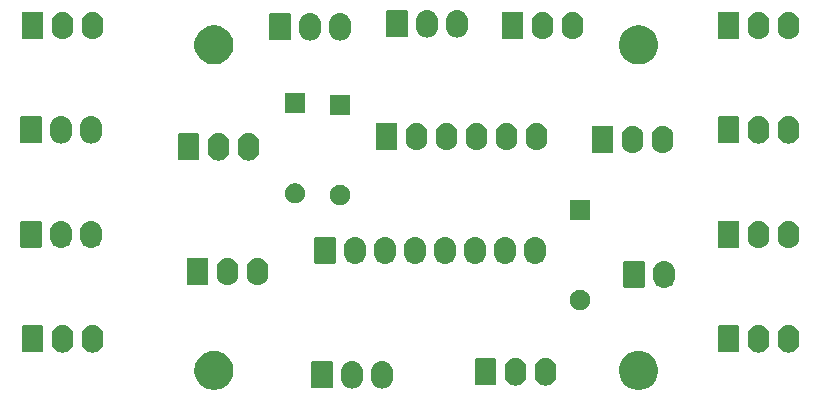
<source format=gbr>
G04 #@! TF.GenerationSoftware,KiCad,Pcbnew,(5.1.5-0-10_14)*
G04 #@! TF.CreationDate,2021-04-18T14:35:59+10:00*
G04 #@! TF.ProjectId,OH - Right Console - 3 - Interior Lights Panel,4f48202d-2052-4696-9768-7420436f6e73,rev?*
G04 #@! TF.SameCoordinates,Original*
G04 #@! TF.FileFunction,Soldermask,Top*
G04 #@! TF.FilePolarity,Negative*
%FSLAX46Y46*%
G04 Gerber Fmt 4.6, Leading zero omitted, Abs format (unit mm)*
G04 Created by KiCad (PCBNEW (5.1.5-0-10_14)) date 2021-04-18 14:35:59*
%MOMM*%
%LPD*%
G04 APERTURE LIST*
%ADD10C,0.100000*%
G04 APERTURE END LIST*
D10*
G36*
X130931256Y-116374298D02*
G01*
X131037579Y-116395447D01*
X131338042Y-116519903D01*
X131608451Y-116700585D01*
X131838415Y-116930549D01*
X131951932Y-117100439D01*
X132019098Y-117200960D01*
X132042560Y-117257602D01*
X132143553Y-117501421D01*
X132148411Y-117525843D01*
X132198935Y-117779842D01*
X132207000Y-117820391D01*
X132207000Y-118145609D01*
X132143553Y-118464579D01*
X132019097Y-118765042D01*
X131838415Y-119035451D01*
X131608451Y-119265415D01*
X131338042Y-119446097D01*
X131338041Y-119446098D01*
X131338040Y-119446098D01*
X131279374Y-119470398D01*
X131037579Y-119570553D01*
X130931256Y-119591702D01*
X130718611Y-119634000D01*
X130393389Y-119634000D01*
X130180744Y-119591702D01*
X130074421Y-119570553D01*
X129832626Y-119470398D01*
X129773960Y-119446098D01*
X129773959Y-119446098D01*
X129773958Y-119446097D01*
X129503549Y-119265415D01*
X129273585Y-119035451D01*
X129092903Y-118765042D01*
X128968447Y-118464579D01*
X128905000Y-118145609D01*
X128905000Y-117820391D01*
X128913066Y-117779842D01*
X128963589Y-117525843D01*
X128968447Y-117501421D01*
X129069440Y-117257602D01*
X129092902Y-117200960D01*
X129160068Y-117100439D01*
X129273585Y-116930549D01*
X129503549Y-116700585D01*
X129773958Y-116519903D01*
X130074421Y-116395447D01*
X130180744Y-116374298D01*
X130393389Y-116332000D01*
X130718611Y-116332000D01*
X130931256Y-116374298D01*
G37*
G36*
X94990256Y-116374298D02*
G01*
X95096579Y-116395447D01*
X95397042Y-116519903D01*
X95667451Y-116700585D01*
X95897415Y-116930549D01*
X96010932Y-117100439D01*
X96078098Y-117200960D01*
X96101560Y-117257602D01*
X96202553Y-117501421D01*
X96207411Y-117525843D01*
X96257935Y-117779842D01*
X96266000Y-117820391D01*
X96266000Y-118145609D01*
X96202553Y-118464579D01*
X96078097Y-118765042D01*
X95897415Y-119035451D01*
X95667451Y-119265415D01*
X95397042Y-119446097D01*
X95397041Y-119446098D01*
X95397040Y-119446098D01*
X95338374Y-119470398D01*
X95096579Y-119570553D01*
X94990256Y-119591702D01*
X94777611Y-119634000D01*
X94452389Y-119634000D01*
X94239744Y-119591702D01*
X94133421Y-119570553D01*
X93891626Y-119470398D01*
X93832960Y-119446098D01*
X93832959Y-119446098D01*
X93832958Y-119446097D01*
X93562549Y-119265415D01*
X93332585Y-119035451D01*
X93151903Y-118765042D01*
X93027447Y-118464579D01*
X92964000Y-118145609D01*
X92964000Y-117820391D01*
X92972066Y-117779842D01*
X93022589Y-117525843D01*
X93027447Y-117501421D01*
X93128440Y-117257602D01*
X93151902Y-117200960D01*
X93219068Y-117100439D01*
X93332585Y-116930549D01*
X93562549Y-116700585D01*
X93832958Y-116519903D01*
X94133421Y-116395447D01*
X94239744Y-116374298D01*
X94452389Y-116332000D01*
X94777611Y-116332000D01*
X94990256Y-116374298D01*
G37*
G36*
X106479547Y-117226326D02*
G01*
X106653156Y-117278990D01*
X106653158Y-117278991D01*
X106813155Y-117364511D01*
X106953397Y-117479603D01*
X106991345Y-117525844D01*
X107068489Y-117619844D01*
X107154010Y-117779843D01*
X107206674Y-117953452D01*
X107220000Y-118088756D01*
X107220000Y-118639243D01*
X107206674Y-118774548D01*
X107154010Y-118948157D01*
X107068489Y-119108156D01*
X107039581Y-119143380D01*
X106953397Y-119248397D01*
X106856729Y-119327729D01*
X106813156Y-119363489D01*
X106653157Y-119449010D01*
X106479548Y-119501674D01*
X106299000Y-119519456D01*
X106118453Y-119501674D01*
X105944844Y-119449010D01*
X105784845Y-119363489D01*
X105741272Y-119327729D01*
X105644604Y-119248397D01*
X105529513Y-119108157D01*
X105529512Y-119108155D01*
X105443990Y-118948157D01*
X105391326Y-118774548D01*
X105378000Y-118639244D01*
X105378000Y-118088757D01*
X105391326Y-117953453D01*
X105443990Y-117779844D01*
X105529511Y-117619845D01*
X105529512Y-117619844D01*
X105644603Y-117479603D01*
X105783219Y-117365845D01*
X105784844Y-117364511D01*
X105944843Y-117278990D01*
X106118452Y-117226326D01*
X106299000Y-117208544D01*
X106479547Y-117226326D01*
G37*
G36*
X109019547Y-117226326D02*
G01*
X109193156Y-117278990D01*
X109193158Y-117278991D01*
X109353155Y-117364511D01*
X109493397Y-117479603D01*
X109531345Y-117525844D01*
X109608489Y-117619844D01*
X109694010Y-117779843D01*
X109746674Y-117953452D01*
X109760000Y-118088756D01*
X109760000Y-118639243D01*
X109746674Y-118774548D01*
X109694010Y-118948157D01*
X109608489Y-119108156D01*
X109579581Y-119143380D01*
X109493397Y-119248397D01*
X109396729Y-119327729D01*
X109353156Y-119363489D01*
X109193157Y-119449010D01*
X109019548Y-119501674D01*
X108839000Y-119519456D01*
X108658453Y-119501674D01*
X108484844Y-119449010D01*
X108324845Y-119363489D01*
X108281272Y-119327729D01*
X108184604Y-119248397D01*
X108069513Y-119108157D01*
X108069512Y-119108155D01*
X107983990Y-118948157D01*
X107931326Y-118774548D01*
X107918000Y-118639244D01*
X107918000Y-118088757D01*
X107931326Y-117953453D01*
X107983990Y-117779844D01*
X108069511Y-117619845D01*
X108069512Y-117619844D01*
X108184603Y-117479603D01*
X108323219Y-117365845D01*
X108324844Y-117364511D01*
X108484843Y-117278990D01*
X108658452Y-117226326D01*
X108839000Y-117208544D01*
X109019547Y-117226326D01*
G37*
G36*
X104538561Y-117216966D02*
G01*
X104571383Y-117226923D01*
X104601632Y-117243092D01*
X104628148Y-117264852D01*
X104649908Y-117291368D01*
X104666077Y-117321617D01*
X104676034Y-117354439D01*
X104680000Y-117394713D01*
X104680000Y-119333287D01*
X104676034Y-119373561D01*
X104666077Y-119406383D01*
X104649908Y-119436632D01*
X104628148Y-119463148D01*
X104601632Y-119484908D01*
X104571383Y-119501077D01*
X104538561Y-119511034D01*
X104498287Y-119515000D01*
X103019713Y-119515000D01*
X102979439Y-119511034D01*
X102946617Y-119501077D01*
X102916368Y-119484908D01*
X102889852Y-119463148D01*
X102868092Y-119436632D01*
X102851923Y-119406383D01*
X102841966Y-119373561D01*
X102838000Y-119333287D01*
X102838000Y-117394713D01*
X102841966Y-117354439D01*
X102851923Y-117321617D01*
X102868092Y-117291368D01*
X102889852Y-117264852D01*
X102916368Y-117243092D01*
X102946617Y-117226923D01*
X102979439Y-117216966D01*
X103019713Y-117213000D01*
X104498287Y-117213000D01*
X104538561Y-117216966D01*
G37*
G36*
X120322547Y-116972326D02*
G01*
X120496156Y-117024990D01*
X120496158Y-117024991D01*
X120656155Y-117110511D01*
X120796397Y-117225603D01*
X120849668Y-117290515D01*
X120911489Y-117365844D01*
X120997010Y-117525843D01*
X121049674Y-117699452D01*
X121063000Y-117834756D01*
X121063000Y-118385243D01*
X121049674Y-118520548D01*
X120997010Y-118694157D01*
X120911489Y-118854156D01*
X120875729Y-118897729D01*
X120796397Y-118994397D01*
X120699729Y-119073729D01*
X120656156Y-119109489D01*
X120496157Y-119195010D01*
X120322548Y-119247674D01*
X120142000Y-119265456D01*
X119961453Y-119247674D01*
X119787844Y-119195010D01*
X119627845Y-119109489D01*
X119584272Y-119073729D01*
X119487604Y-118994397D01*
X119372513Y-118854157D01*
X119372512Y-118854155D01*
X119286990Y-118694157D01*
X119234326Y-118520548D01*
X119221000Y-118385244D01*
X119221000Y-117834757D01*
X119234326Y-117699453D01*
X119286990Y-117525844D01*
X119372511Y-117365845D01*
X119401419Y-117330620D01*
X119487603Y-117225603D01*
X119613388Y-117122375D01*
X119627844Y-117110511D01*
X119787843Y-117024990D01*
X119961452Y-116972326D01*
X120142000Y-116954544D01*
X120322547Y-116972326D01*
G37*
G36*
X122862547Y-116972326D02*
G01*
X123036156Y-117024990D01*
X123036158Y-117024991D01*
X123196155Y-117110511D01*
X123336397Y-117225603D01*
X123389668Y-117290515D01*
X123451489Y-117365844D01*
X123537010Y-117525843D01*
X123589674Y-117699452D01*
X123603000Y-117834756D01*
X123603000Y-118385243D01*
X123589674Y-118520548D01*
X123537010Y-118694157D01*
X123451489Y-118854156D01*
X123415729Y-118897729D01*
X123336397Y-118994397D01*
X123239729Y-119073729D01*
X123196156Y-119109489D01*
X123036157Y-119195010D01*
X122862548Y-119247674D01*
X122682000Y-119265456D01*
X122501453Y-119247674D01*
X122327844Y-119195010D01*
X122167845Y-119109489D01*
X122124272Y-119073729D01*
X122027604Y-118994397D01*
X121912513Y-118854157D01*
X121912512Y-118854155D01*
X121826990Y-118694157D01*
X121774326Y-118520548D01*
X121761000Y-118385244D01*
X121761000Y-117834757D01*
X121774326Y-117699453D01*
X121826990Y-117525844D01*
X121912511Y-117365845D01*
X121941419Y-117330620D01*
X122027603Y-117225603D01*
X122153388Y-117122375D01*
X122167844Y-117110511D01*
X122327843Y-117024990D01*
X122501452Y-116972326D01*
X122682000Y-116954544D01*
X122862547Y-116972326D01*
G37*
G36*
X118381561Y-116962966D02*
G01*
X118414383Y-116972923D01*
X118444632Y-116989092D01*
X118471148Y-117010852D01*
X118492908Y-117037368D01*
X118509077Y-117067617D01*
X118519034Y-117100439D01*
X118523000Y-117140713D01*
X118523000Y-119079287D01*
X118519034Y-119119561D01*
X118509077Y-119152383D01*
X118492908Y-119182632D01*
X118471148Y-119209148D01*
X118444632Y-119230908D01*
X118414383Y-119247077D01*
X118381561Y-119257034D01*
X118341287Y-119261000D01*
X116862713Y-119261000D01*
X116822439Y-119257034D01*
X116789617Y-119247077D01*
X116759368Y-119230908D01*
X116732852Y-119209148D01*
X116711092Y-119182632D01*
X116694923Y-119152383D01*
X116684966Y-119119561D01*
X116681000Y-119079287D01*
X116681000Y-117140713D01*
X116684966Y-117100439D01*
X116694923Y-117067617D01*
X116711092Y-117037368D01*
X116732852Y-117010852D01*
X116759368Y-116989092D01*
X116789617Y-116972923D01*
X116822439Y-116962966D01*
X116862713Y-116959000D01*
X118341287Y-116959000D01*
X118381561Y-116962966D01*
G37*
G36*
X143436547Y-114178326D02*
G01*
X143610156Y-114230990D01*
X143610158Y-114230991D01*
X143770155Y-114316511D01*
X143910397Y-114431603D01*
X143989729Y-114528271D01*
X144025489Y-114571844D01*
X144111010Y-114731843D01*
X144163674Y-114905452D01*
X144177000Y-115040756D01*
X144177000Y-115591243D01*
X144163674Y-115726548D01*
X144111010Y-115900157D01*
X144025489Y-116060156D01*
X143989729Y-116103729D01*
X143910397Y-116200397D01*
X143813729Y-116279729D01*
X143770156Y-116315489D01*
X143610157Y-116401010D01*
X143436548Y-116453674D01*
X143256000Y-116471456D01*
X143075453Y-116453674D01*
X142901844Y-116401010D01*
X142741845Y-116315489D01*
X142698272Y-116279729D01*
X142601604Y-116200397D01*
X142486513Y-116060157D01*
X142486512Y-116060155D01*
X142400990Y-115900157D01*
X142348326Y-115726548D01*
X142335000Y-115591244D01*
X142335000Y-115040757D01*
X142348326Y-114905453D01*
X142400990Y-114731844D01*
X142486511Y-114571845D01*
X142486512Y-114571844D01*
X142601603Y-114431603D01*
X142727388Y-114328375D01*
X142741844Y-114316511D01*
X142901843Y-114230990D01*
X143075452Y-114178326D01*
X143256000Y-114160544D01*
X143436547Y-114178326D01*
G37*
G36*
X140896547Y-114178326D02*
G01*
X141070156Y-114230990D01*
X141070158Y-114230991D01*
X141230155Y-114316511D01*
X141370397Y-114431603D01*
X141449729Y-114528271D01*
X141485489Y-114571844D01*
X141571010Y-114731843D01*
X141623674Y-114905452D01*
X141637000Y-115040756D01*
X141637000Y-115591243D01*
X141623674Y-115726548D01*
X141571010Y-115900157D01*
X141485489Y-116060156D01*
X141449729Y-116103729D01*
X141370397Y-116200397D01*
X141273729Y-116279729D01*
X141230156Y-116315489D01*
X141070157Y-116401010D01*
X140896548Y-116453674D01*
X140716000Y-116471456D01*
X140535453Y-116453674D01*
X140361844Y-116401010D01*
X140201845Y-116315489D01*
X140158272Y-116279729D01*
X140061604Y-116200397D01*
X139946513Y-116060157D01*
X139946512Y-116060155D01*
X139860990Y-115900157D01*
X139808326Y-115726548D01*
X139795000Y-115591244D01*
X139795000Y-115040757D01*
X139808326Y-114905453D01*
X139860990Y-114731844D01*
X139946511Y-114571845D01*
X139946512Y-114571844D01*
X140061603Y-114431603D01*
X140187388Y-114328375D01*
X140201844Y-114316511D01*
X140361843Y-114230990D01*
X140535452Y-114178326D01*
X140716000Y-114160544D01*
X140896547Y-114178326D01*
G37*
G36*
X84508547Y-114178326D02*
G01*
X84682156Y-114230990D01*
X84682158Y-114230991D01*
X84842155Y-114316511D01*
X84982397Y-114431603D01*
X85061729Y-114528271D01*
X85097489Y-114571844D01*
X85183010Y-114731843D01*
X85235674Y-114905452D01*
X85249000Y-115040756D01*
X85249000Y-115591243D01*
X85235674Y-115726548D01*
X85183010Y-115900157D01*
X85097489Y-116060156D01*
X85061729Y-116103729D01*
X84982397Y-116200397D01*
X84885729Y-116279729D01*
X84842156Y-116315489D01*
X84682157Y-116401010D01*
X84508548Y-116453674D01*
X84328000Y-116471456D01*
X84147453Y-116453674D01*
X83973844Y-116401010D01*
X83813845Y-116315489D01*
X83770272Y-116279729D01*
X83673604Y-116200397D01*
X83558513Y-116060157D01*
X83558512Y-116060155D01*
X83472990Y-115900157D01*
X83420326Y-115726548D01*
X83407000Y-115591244D01*
X83407000Y-115040757D01*
X83420326Y-114905453D01*
X83472990Y-114731844D01*
X83558511Y-114571845D01*
X83558512Y-114571844D01*
X83673603Y-114431603D01*
X83799388Y-114328375D01*
X83813844Y-114316511D01*
X83973843Y-114230990D01*
X84147452Y-114178326D01*
X84328000Y-114160544D01*
X84508547Y-114178326D01*
G37*
G36*
X81968547Y-114178326D02*
G01*
X82142156Y-114230990D01*
X82142158Y-114230991D01*
X82302155Y-114316511D01*
X82442397Y-114431603D01*
X82521729Y-114528271D01*
X82557489Y-114571844D01*
X82643010Y-114731843D01*
X82695674Y-114905452D01*
X82709000Y-115040756D01*
X82709000Y-115591243D01*
X82695674Y-115726548D01*
X82643010Y-115900157D01*
X82557489Y-116060156D01*
X82521729Y-116103729D01*
X82442397Y-116200397D01*
X82345729Y-116279729D01*
X82302156Y-116315489D01*
X82142157Y-116401010D01*
X81968548Y-116453674D01*
X81788000Y-116471456D01*
X81607453Y-116453674D01*
X81433844Y-116401010D01*
X81273845Y-116315489D01*
X81230272Y-116279729D01*
X81133604Y-116200397D01*
X81018513Y-116060157D01*
X81018512Y-116060155D01*
X80932990Y-115900157D01*
X80880326Y-115726548D01*
X80867000Y-115591244D01*
X80867000Y-115040757D01*
X80880326Y-114905453D01*
X80932990Y-114731844D01*
X81018511Y-114571845D01*
X81018512Y-114571844D01*
X81133603Y-114431603D01*
X81259388Y-114328375D01*
X81273844Y-114316511D01*
X81433843Y-114230990D01*
X81607452Y-114178326D01*
X81788000Y-114160544D01*
X81968547Y-114178326D01*
G37*
G36*
X138955561Y-114168966D02*
G01*
X138988383Y-114178923D01*
X139018632Y-114195092D01*
X139045148Y-114216852D01*
X139066908Y-114243368D01*
X139083077Y-114273617D01*
X139093034Y-114306439D01*
X139097000Y-114346713D01*
X139097000Y-116285287D01*
X139093034Y-116325561D01*
X139083077Y-116358383D01*
X139066908Y-116388632D01*
X139045148Y-116415148D01*
X139018632Y-116436908D01*
X138988383Y-116453077D01*
X138955561Y-116463034D01*
X138915287Y-116467000D01*
X137436713Y-116467000D01*
X137396439Y-116463034D01*
X137363617Y-116453077D01*
X137333368Y-116436908D01*
X137306852Y-116415148D01*
X137285092Y-116388632D01*
X137268923Y-116358383D01*
X137258966Y-116325561D01*
X137255000Y-116285287D01*
X137255000Y-114346713D01*
X137258966Y-114306439D01*
X137268923Y-114273617D01*
X137285092Y-114243368D01*
X137306852Y-114216852D01*
X137333368Y-114195092D01*
X137363617Y-114178923D01*
X137396439Y-114168966D01*
X137436713Y-114165000D01*
X138915287Y-114165000D01*
X138955561Y-114168966D01*
G37*
G36*
X80027561Y-114168966D02*
G01*
X80060383Y-114178923D01*
X80090632Y-114195092D01*
X80117148Y-114216852D01*
X80138908Y-114243368D01*
X80155077Y-114273617D01*
X80165034Y-114306439D01*
X80169000Y-114346713D01*
X80169000Y-116285287D01*
X80165034Y-116325561D01*
X80155077Y-116358383D01*
X80138908Y-116388632D01*
X80117148Y-116415148D01*
X80090632Y-116436908D01*
X80060383Y-116453077D01*
X80027561Y-116463034D01*
X79987287Y-116467000D01*
X78508713Y-116467000D01*
X78468439Y-116463034D01*
X78435617Y-116453077D01*
X78405368Y-116436908D01*
X78378852Y-116415148D01*
X78357092Y-116388632D01*
X78340923Y-116358383D01*
X78330966Y-116325561D01*
X78327000Y-116285287D01*
X78327000Y-114346713D01*
X78330966Y-114306439D01*
X78340923Y-114273617D01*
X78357092Y-114243368D01*
X78378852Y-114216852D01*
X78405368Y-114195092D01*
X78435617Y-114178923D01*
X78468439Y-114168966D01*
X78508713Y-114165000D01*
X79987287Y-114165000D01*
X80027561Y-114168966D01*
G37*
G36*
X125851228Y-111195703D02*
G01*
X126006100Y-111259853D01*
X126145481Y-111352985D01*
X126264015Y-111471519D01*
X126357147Y-111610900D01*
X126421297Y-111765772D01*
X126454000Y-111930184D01*
X126454000Y-112097816D01*
X126421297Y-112262228D01*
X126357147Y-112417100D01*
X126264015Y-112556481D01*
X126145481Y-112675015D01*
X126006100Y-112768147D01*
X125851228Y-112832297D01*
X125686816Y-112865000D01*
X125519184Y-112865000D01*
X125354772Y-112832297D01*
X125199900Y-112768147D01*
X125060519Y-112675015D01*
X124941985Y-112556481D01*
X124848853Y-112417100D01*
X124784703Y-112262228D01*
X124752000Y-112097816D01*
X124752000Y-111930184D01*
X124784703Y-111765772D01*
X124848853Y-111610900D01*
X124941985Y-111471519D01*
X125060519Y-111352985D01*
X125199900Y-111259853D01*
X125354772Y-111195703D01*
X125519184Y-111163000D01*
X125686816Y-111163000D01*
X125851228Y-111195703D01*
G37*
G36*
X132895547Y-108717326D02*
G01*
X133069156Y-108769990D01*
X133069158Y-108769991D01*
X133229155Y-108855511D01*
X133369397Y-108970603D01*
X133407345Y-109016844D01*
X133484489Y-109110844D01*
X133570010Y-109270843D01*
X133622674Y-109444452D01*
X133636000Y-109579756D01*
X133636000Y-110130243D01*
X133622674Y-110265548D01*
X133570010Y-110439157D01*
X133484489Y-110599156D01*
X133455581Y-110634380D01*
X133369397Y-110739397D01*
X133272729Y-110818729D01*
X133229156Y-110854489D01*
X133069157Y-110940010D01*
X132895548Y-110992674D01*
X132715000Y-111010456D01*
X132534453Y-110992674D01*
X132360844Y-110940010D01*
X132200845Y-110854489D01*
X132157272Y-110818729D01*
X132060604Y-110739397D01*
X131945513Y-110599157D01*
X131945512Y-110599155D01*
X131859990Y-110439157D01*
X131807326Y-110265548D01*
X131794000Y-110130244D01*
X131794000Y-109579757D01*
X131807326Y-109444453D01*
X131859990Y-109270844D01*
X131945511Y-109110845D01*
X131945512Y-109110844D01*
X132060603Y-108970603D01*
X132186388Y-108867375D01*
X132200844Y-108855511D01*
X132360843Y-108769990D01*
X132534452Y-108717326D01*
X132715000Y-108699544D01*
X132895547Y-108717326D01*
G37*
G36*
X130954561Y-108707966D02*
G01*
X130987383Y-108717923D01*
X131017632Y-108734092D01*
X131044148Y-108755852D01*
X131065908Y-108782368D01*
X131082077Y-108812617D01*
X131092034Y-108845439D01*
X131096000Y-108885713D01*
X131096000Y-110824287D01*
X131092034Y-110864561D01*
X131082077Y-110897383D01*
X131065908Y-110927632D01*
X131044148Y-110954148D01*
X131017632Y-110975908D01*
X130987383Y-110992077D01*
X130954561Y-111002034D01*
X130914287Y-111006000D01*
X129435713Y-111006000D01*
X129395439Y-111002034D01*
X129362617Y-110992077D01*
X129332368Y-110975908D01*
X129305852Y-110954148D01*
X129284092Y-110927632D01*
X129267923Y-110897383D01*
X129257966Y-110864561D01*
X129254000Y-110824287D01*
X129254000Y-108885713D01*
X129257966Y-108845439D01*
X129267923Y-108812617D01*
X129284092Y-108782368D01*
X129305852Y-108755852D01*
X129332368Y-108734092D01*
X129362617Y-108717923D01*
X129395439Y-108707966D01*
X129435713Y-108704000D01*
X130914287Y-108704000D01*
X130954561Y-108707966D01*
G37*
G36*
X95938547Y-108463326D02*
G01*
X96112156Y-108515990D01*
X96112158Y-108515991D01*
X96272155Y-108601511D01*
X96412397Y-108716603D01*
X96465668Y-108781515D01*
X96527489Y-108856844D01*
X96613010Y-109016843D01*
X96665674Y-109190452D01*
X96679000Y-109325756D01*
X96679000Y-109876243D01*
X96665674Y-110011548D01*
X96613010Y-110185157D01*
X96527489Y-110345156D01*
X96491729Y-110388729D01*
X96412397Y-110485397D01*
X96315729Y-110564729D01*
X96272156Y-110600489D01*
X96112157Y-110686010D01*
X95938548Y-110738674D01*
X95758000Y-110756456D01*
X95577453Y-110738674D01*
X95403844Y-110686010D01*
X95243845Y-110600489D01*
X95200272Y-110564729D01*
X95103604Y-110485397D01*
X94988513Y-110345157D01*
X94988512Y-110345155D01*
X94902990Y-110185157D01*
X94850326Y-110011548D01*
X94837000Y-109876244D01*
X94837000Y-109325757D01*
X94850326Y-109190453D01*
X94902990Y-109016844D01*
X94925891Y-108974000D01*
X94988511Y-108856845D01*
X95103603Y-108716603D01*
X95229388Y-108613375D01*
X95243844Y-108601511D01*
X95403843Y-108515990D01*
X95577452Y-108463326D01*
X95758000Y-108445544D01*
X95938547Y-108463326D01*
G37*
G36*
X98478547Y-108463326D02*
G01*
X98652156Y-108515990D01*
X98652158Y-108515991D01*
X98812155Y-108601511D01*
X98952397Y-108716603D01*
X99005668Y-108781515D01*
X99067489Y-108856844D01*
X99153010Y-109016843D01*
X99205674Y-109190452D01*
X99219000Y-109325756D01*
X99219000Y-109876243D01*
X99205674Y-110011548D01*
X99153010Y-110185157D01*
X99067489Y-110345156D01*
X99031729Y-110388729D01*
X98952397Y-110485397D01*
X98855729Y-110564729D01*
X98812156Y-110600489D01*
X98652157Y-110686010D01*
X98478548Y-110738674D01*
X98298000Y-110756456D01*
X98117453Y-110738674D01*
X97943844Y-110686010D01*
X97783845Y-110600489D01*
X97740272Y-110564729D01*
X97643604Y-110485397D01*
X97528513Y-110345157D01*
X97528512Y-110345155D01*
X97442990Y-110185157D01*
X97390326Y-110011548D01*
X97377000Y-109876244D01*
X97377000Y-109325757D01*
X97390326Y-109190453D01*
X97442990Y-109016844D01*
X97465891Y-108974000D01*
X97528511Y-108856845D01*
X97643603Y-108716603D01*
X97769388Y-108613375D01*
X97783844Y-108601511D01*
X97943843Y-108515990D01*
X98117452Y-108463326D01*
X98298000Y-108445544D01*
X98478547Y-108463326D01*
G37*
G36*
X93997561Y-108453966D02*
G01*
X94030383Y-108463923D01*
X94060632Y-108480092D01*
X94087148Y-108501852D01*
X94108908Y-108528368D01*
X94125077Y-108558617D01*
X94135034Y-108591439D01*
X94139000Y-108631713D01*
X94139000Y-110570287D01*
X94135034Y-110610561D01*
X94125077Y-110643383D01*
X94108908Y-110673632D01*
X94087148Y-110700148D01*
X94060632Y-110721908D01*
X94030383Y-110738077D01*
X93997561Y-110748034D01*
X93957287Y-110752000D01*
X92478713Y-110752000D01*
X92438439Y-110748034D01*
X92405617Y-110738077D01*
X92375368Y-110721908D01*
X92348852Y-110700148D01*
X92327092Y-110673632D01*
X92310923Y-110643383D01*
X92300966Y-110610561D01*
X92297000Y-110570287D01*
X92297000Y-108631713D01*
X92300966Y-108591439D01*
X92310923Y-108558617D01*
X92327092Y-108528368D01*
X92348852Y-108501852D01*
X92375368Y-108480092D01*
X92405617Y-108463923D01*
X92438439Y-108453966D01*
X92478713Y-108450000D01*
X93957287Y-108450000D01*
X93997561Y-108453966D01*
G37*
G36*
X106733547Y-106685326D02*
G01*
X106907156Y-106737990D01*
X106907158Y-106737991D01*
X107067155Y-106823511D01*
X107207397Y-106938603D01*
X107286729Y-107035271D01*
X107322489Y-107078844D01*
X107408010Y-107238843D01*
X107460674Y-107412452D01*
X107474000Y-107547756D01*
X107474000Y-108098243D01*
X107460674Y-108233548D01*
X107408010Y-108407157D01*
X107322489Y-108567156D01*
X107302560Y-108591439D01*
X107207397Y-108707397D01*
X107117083Y-108781515D01*
X107067156Y-108822489D01*
X106907157Y-108908010D01*
X106733548Y-108960674D01*
X106553000Y-108978456D01*
X106372453Y-108960674D01*
X106198844Y-108908010D01*
X106038845Y-108822489D01*
X105988918Y-108781515D01*
X105898604Y-108707397D01*
X105783513Y-108567157D01*
X105783512Y-108567155D01*
X105697990Y-108407157D01*
X105645326Y-108233548D01*
X105632000Y-108098244D01*
X105632000Y-107547757D01*
X105645326Y-107412453D01*
X105697990Y-107238844D01*
X105783511Y-107078845D01*
X105805167Y-107052457D01*
X105898603Y-106938603D01*
X106024388Y-106835375D01*
X106038844Y-106823511D01*
X106198843Y-106737990D01*
X106372452Y-106685326D01*
X106553000Y-106667544D01*
X106733547Y-106685326D01*
G37*
G36*
X109273547Y-106685326D02*
G01*
X109447156Y-106737990D01*
X109447158Y-106737991D01*
X109607155Y-106823511D01*
X109747397Y-106938603D01*
X109826729Y-107035271D01*
X109862489Y-107078844D01*
X109948010Y-107238843D01*
X110000674Y-107412452D01*
X110014000Y-107547756D01*
X110014000Y-108098243D01*
X110000674Y-108233548D01*
X109948010Y-108407157D01*
X109862489Y-108567156D01*
X109842560Y-108591439D01*
X109747397Y-108707397D01*
X109657083Y-108781515D01*
X109607156Y-108822489D01*
X109447157Y-108908010D01*
X109273548Y-108960674D01*
X109093000Y-108978456D01*
X108912453Y-108960674D01*
X108738844Y-108908010D01*
X108578845Y-108822489D01*
X108528918Y-108781515D01*
X108438604Y-108707397D01*
X108323513Y-108567157D01*
X108323512Y-108567155D01*
X108237990Y-108407157D01*
X108185326Y-108233548D01*
X108172000Y-108098244D01*
X108172000Y-107547757D01*
X108185326Y-107412453D01*
X108237990Y-107238844D01*
X108323511Y-107078845D01*
X108345167Y-107052457D01*
X108438603Y-106938603D01*
X108564388Y-106835375D01*
X108578844Y-106823511D01*
X108738843Y-106737990D01*
X108912452Y-106685326D01*
X109093000Y-106667544D01*
X109273547Y-106685326D01*
G37*
G36*
X111813547Y-106685326D02*
G01*
X111987156Y-106737990D01*
X111987158Y-106737991D01*
X112147155Y-106823511D01*
X112287397Y-106938603D01*
X112366729Y-107035271D01*
X112402489Y-107078844D01*
X112488010Y-107238843D01*
X112540674Y-107412452D01*
X112554000Y-107547756D01*
X112554000Y-108098243D01*
X112540674Y-108233548D01*
X112488010Y-108407157D01*
X112402489Y-108567156D01*
X112382560Y-108591439D01*
X112287397Y-108707397D01*
X112197083Y-108781515D01*
X112147156Y-108822489D01*
X111987157Y-108908010D01*
X111813548Y-108960674D01*
X111633000Y-108978456D01*
X111452453Y-108960674D01*
X111278844Y-108908010D01*
X111118845Y-108822489D01*
X111068918Y-108781515D01*
X110978604Y-108707397D01*
X110863513Y-108567157D01*
X110863512Y-108567155D01*
X110777990Y-108407157D01*
X110725326Y-108233548D01*
X110712000Y-108098244D01*
X110712000Y-107547757D01*
X110725326Y-107412453D01*
X110777990Y-107238844D01*
X110863511Y-107078845D01*
X110885167Y-107052457D01*
X110978603Y-106938603D01*
X111104388Y-106835375D01*
X111118844Y-106823511D01*
X111278843Y-106737990D01*
X111452452Y-106685326D01*
X111633000Y-106667544D01*
X111813547Y-106685326D01*
G37*
G36*
X114353547Y-106685326D02*
G01*
X114527156Y-106737990D01*
X114527158Y-106737991D01*
X114687155Y-106823511D01*
X114827397Y-106938603D01*
X114906729Y-107035271D01*
X114942489Y-107078844D01*
X115028010Y-107238843D01*
X115080674Y-107412452D01*
X115094000Y-107547756D01*
X115094000Y-108098243D01*
X115080674Y-108233548D01*
X115028010Y-108407157D01*
X114942489Y-108567156D01*
X114922560Y-108591439D01*
X114827397Y-108707397D01*
X114737083Y-108781515D01*
X114687156Y-108822489D01*
X114527157Y-108908010D01*
X114353548Y-108960674D01*
X114173000Y-108978456D01*
X113992453Y-108960674D01*
X113818844Y-108908010D01*
X113658845Y-108822489D01*
X113608918Y-108781515D01*
X113518604Y-108707397D01*
X113403513Y-108567157D01*
X113403512Y-108567155D01*
X113317990Y-108407157D01*
X113265326Y-108233548D01*
X113252000Y-108098244D01*
X113252000Y-107547757D01*
X113265326Y-107412453D01*
X113317990Y-107238844D01*
X113403511Y-107078845D01*
X113425167Y-107052457D01*
X113518603Y-106938603D01*
X113644388Y-106835375D01*
X113658844Y-106823511D01*
X113818843Y-106737990D01*
X113992452Y-106685326D01*
X114173000Y-106667544D01*
X114353547Y-106685326D01*
G37*
G36*
X119433547Y-106685326D02*
G01*
X119607156Y-106737990D01*
X119607158Y-106737991D01*
X119767155Y-106823511D01*
X119907397Y-106938603D01*
X119986729Y-107035271D01*
X120022489Y-107078844D01*
X120108010Y-107238843D01*
X120160674Y-107412452D01*
X120174000Y-107547756D01*
X120174000Y-108098243D01*
X120160674Y-108233548D01*
X120108010Y-108407157D01*
X120022489Y-108567156D01*
X120002560Y-108591439D01*
X119907397Y-108707397D01*
X119817083Y-108781515D01*
X119767156Y-108822489D01*
X119607157Y-108908010D01*
X119433548Y-108960674D01*
X119253000Y-108978456D01*
X119072453Y-108960674D01*
X118898844Y-108908010D01*
X118738845Y-108822489D01*
X118688918Y-108781515D01*
X118598604Y-108707397D01*
X118483513Y-108567157D01*
X118483512Y-108567155D01*
X118397990Y-108407157D01*
X118345326Y-108233548D01*
X118332000Y-108098244D01*
X118332000Y-107547757D01*
X118345326Y-107412453D01*
X118397990Y-107238844D01*
X118483511Y-107078845D01*
X118505167Y-107052457D01*
X118598603Y-106938603D01*
X118724388Y-106835375D01*
X118738844Y-106823511D01*
X118898843Y-106737990D01*
X119072452Y-106685326D01*
X119253000Y-106667544D01*
X119433547Y-106685326D01*
G37*
G36*
X121973547Y-106685326D02*
G01*
X122147156Y-106737990D01*
X122147158Y-106737991D01*
X122307155Y-106823511D01*
X122447397Y-106938603D01*
X122526729Y-107035271D01*
X122562489Y-107078844D01*
X122648010Y-107238843D01*
X122700674Y-107412452D01*
X122714000Y-107547756D01*
X122714000Y-108098243D01*
X122700674Y-108233548D01*
X122648010Y-108407157D01*
X122562489Y-108567156D01*
X122542560Y-108591439D01*
X122447397Y-108707397D01*
X122357083Y-108781515D01*
X122307156Y-108822489D01*
X122147157Y-108908010D01*
X121973548Y-108960674D01*
X121793000Y-108978456D01*
X121612453Y-108960674D01*
X121438844Y-108908010D01*
X121278845Y-108822489D01*
X121228918Y-108781515D01*
X121138604Y-108707397D01*
X121023513Y-108567157D01*
X121023512Y-108567155D01*
X120937990Y-108407157D01*
X120885326Y-108233548D01*
X120872000Y-108098244D01*
X120872000Y-107547757D01*
X120885326Y-107412453D01*
X120937990Y-107238844D01*
X121023511Y-107078845D01*
X121045167Y-107052457D01*
X121138603Y-106938603D01*
X121264388Y-106835375D01*
X121278844Y-106823511D01*
X121438843Y-106737990D01*
X121612452Y-106685326D01*
X121793000Y-106667544D01*
X121973547Y-106685326D01*
G37*
G36*
X116893547Y-106685326D02*
G01*
X117067156Y-106737990D01*
X117067158Y-106737991D01*
X117227155Y-106823511D01*
X117367397Y-106938603D01*
X117446729Y-107035271D01*
X117482489Y-107078844D01*
X117568010Y-107238843D01*
X117620674Y-107412452D01*
X117634000Y-107547756D01*
X117634000Y-108098243D01*
X117620674Y-108233548D01*
X117568010Y-108407157D01*
X117482489Y-108567156D01*
X117462560Y-108591439D01*
X117367397Y-108707397D01*
X117277083Y-108781515D01*
X117227156Y-108822489D01*
X117067157Y-108908010D01*
X116893548Y-108960674D01*
X116713000Y-108978456D01*
X116532453Y-108960674D01*
X116358844Y-108908010D01*
X116198845Y-108822489D01*
X116148918Y-108781515D01*
X116058604Y-108707397D01*
X115943513Y-108567157D01*
X115943512Y-108567155D01*
X115857990Y-108407157D01*
X115805326Y-108233548D01*
X115792000Y-108098244D01*
X115792000Y-107547757D01*
X115805326Y-107412453D01*
X115857990Y-107238844D01*
X115943511Y-107078845D01*
X115965167Y-107052457D01*
X116058603Y-106938603D01*
X116184388Y-106835375D01*
X116198844Y-106823511D01*
X116358843Y-106737990D01*
X116532452Y-106685326D01*
X116713000Y-106667544D01*
X116893547Y-106685326D01*
G37*
G36*
X104792561Y-106675966D02*
G01*
X104825383Y-106685923D01*
X104855632Y-106702092D01*
X104882148Y-106723852D01*
X104903908Y-106750368D01*
X104920077Y-106780617D01*
X104930034Y-106813439D01*
X104934000Y-106853713D01*
X104934000Y-108792287D01*
X104930034Y-108832561D01*
X104920077Y-108865383D01*
X104903908Y-108895632D01*
X104882148Y-108922148D01*
X104855632Y-108943908D01*
X104825383Y-108960077D01*
X104792561Y-108970034D01*
X104752287Y-108974000D01*
X103273713Y-108974000D01*
X103233439Y-108970034D01*
X103200617Y-108960077D01*
X103170368Y-108943908D01*
X103143852Y-108922148D01*
X103122092Y-108895632D01*
X103105923Y-108865383D01*
X103095966Y-108832561D01*
X103092000Y-108792287D01*
X103092000Y-106853713D01*
X103095966Y-106813439D01*
X103105923Y-106780617D01*
X103122092Y-106750368D01*
X103143852Y-106723852D01*
X103170368Y-106702092D01*
X103200617Y-106685923D01*
X103233439Y-106675966D01*
X103273713Y-106672000D01*
X104752287Y-106672000D01*
X104792561Y-106675966D01*
G37*
G36*
X143436547Y-105330626D02*
G01*
X143610156Y-105383290D01*
X143610158Y-105383291D01*
X143770155Y-105468811D01*
X143910397Y-105583903D01*
X143989729Y-105680571D01*
X144025489Y-105724144D01*
X144111010Y-105884143D01*
X144163674Y-106057752D01*
X144177000Y-106193056D01*
X144177000Y-106743543D01*
X144163674Y-106878848D01*
X144111010Y-107052457D01*
X144025489Y-107212456D01*
X143989729Y-107256029D01*
X143910397Y-107352697D01*
X143813729Y-107432029D01*
X143770156Y-107467789D01*
X143610157Y-107553310D01*
X143436548Y-107605974D01*
X143256000Y-107623756D01*
X143075453Y-107605974D01*
X142901844Y-107553310D01*
X142741845Y-107467789D01*
X142698272Y-107432029D01*
X142601604Y-107352697D01*
X142486513Y-107212457D01*
X142486512Y-107212455D01*
X142400990Y-107052457D01*
X142348326Y-106878848D01*
X142335000Y-106743544D01*
X142335000Y-106193057D01*
X142348326Y-106057753D01*
X142400990Y-105884144D01*
X142486511Y-105724145D01*
X142486512Y-105724144D01*
X142601603Y-105583903D01*
X142727388Y-105480675D01*
X142741844Y-105468811D01*
X142901843Y-105383290D01*
X143075452Y-105330626D01*
X143256000Y-105312844D01*
X143436547Y-105330626D01*
G37*
G36*
X140896547Y-105330626D02*
G01*
X141070156Y-105383290D01*
X141070158Y-105383291D01*
X141230155Y-105468811D01*
X141370397Y-105583903D01*
X141449729Y-105680571D01*
X141485489Y-105724144D01*
X141571010Y-105884143D01*
X141623674Y-106057752D01*
X141637000Y-106193056D01*
X141637000Y-106743543D01*
X141623674Y-106878848D01*
X141571010Y-107052457D01*
X141485489Y-107212456D01*
X141449729Y-107256029D01*
X141370397Y-107352697D01*
X141273729Y-107432029D01*
X141230156Y-107467789D01*
X141070157Y-107553310D01*
X140896548Y-107605974D01*
X140716000Y-107623756D01*
X140535453Y-107605974D01*
X140361844Y-107553310D01*
X140201845Y-107467789D01*
X140158272Y-107432029D01*
X140061604Y-107352697D01*
X139946513Y-107212457D01*
X139946512Y-107212455D01*
X139860990Y-107052457D01*
X139808326Y-106878848D01*
X139795000Y-106743544D01*
X139795000Y-106193057D01*
X139808326Y-106057753D01*
X139860990Y-105884144D01*
X139946511Y-105724145D01*
X139946512Y-105724144D01*
X140061603Y-105583903D01*
X140187388Y-105480675D01*
X140201844Y-105468811D01*
X140361843Y-105383290D01*
X140535452Y-105330626D01*
X140716000Y-105312844D01*
X140896547Y-105330626D01*
G37*
G36*
X84381547Y-105330626D02*
G01*
X84555156Y-105383290D01*
X84555158Y-105383291D01*
X84715155Y-105468811D01*
X84855397Y-105583903D01*
X84934729Y-105680571D01*
X84970489Y-105724144D01*
X85056010Y-105884143D01*
X85108674Y-106057752D01*
X85122000Y-106193056D01*
X85122000Y-106743543D01*
X85108674Y-106878848D01*
X85056010Y-107052457D01*
X84970489Y-107212456D01*
X84934729Y-107256029D01*
X84855397Y-107352697D01*
X84758729Y-107432029D01*
X84715156Y-107467789D01*
X84555157Y-107553310D01*
X84381548Y-107605974D01*
X84201000Y-107623756D01*
X84020453Y-107605974D01*
X83846844Y-107553310D01*
X83686845Y-107467789D01*
X83643272Y-107432029D01*
X83546604Y-107352697D01*
X83431513Y-107212457D01*
X83431512Y-107212455D01*
X83345990Y-107052457D01*
X83293326Y-106878848D01*
X83280000Y-106743544D01*
X83280000Y-106193057D01*
X83293326Y-106057753D01*
X83345990Y-105884144D01*
X83431511Y-105724145D01*
X83431512Y-105724144D01*
X83546603Y-105583903D01*
X83672388Y-105480675D01*
X83686844Y-105468811D01*
X83846843Y-105383290D01*
X84020452Y-105330626D01*
X84201000Y-105312844D01*
X84381547Y-105330626D01*
G37*
G36*
X81841547Y-105330626D02*
G01*
X82015156Y-105383290D01*
X82015158Y-105383291D01*
X82175155Y-105468811D01*
X82315397Y-105583903D01*
X82394729Y-105680571D01*
X82430489Y-105724144D01*
X82516010Y-105884143D01*
X82568674Y-106057752D01*
X82582000Y-106193056D01*
X82582000Y-106743543D01*
X82568674Y-106878848D01*
X82516010Y-107052457D01*
X82430489Y-107212456D01*
X82394729Y-107256029D01*
X82315397Y-107352697D01*
X82218729Y-107432029D01*
X82175156Y-107467789D01*
X82015157Y-107553310D01*
X81841548Y-107605974D01*
X81661000Y-107623756D01*
X81480453Y-107605974D01*
X81306844Y-107553310D01*
X81146845Y-107467789D01*
X81103272Y-107432029D01*
X81006604Y-107352697D01*
X80891513Y-107212457D01*
X80891512Y-107212455D01*
X80805990Y-107052457D01*
X80753326Y-106878848D01*
X80740000Y-106743544D01*
X80740000Y-106193057D01*
X80753326Y-106057753D01*
X80805990Y-105884144D01*
X80891511Y-105724145D01*
X80891512Y-105724144D01*
X81006603Y-105583903D01*
X81132388Y-105480675D01*
X81146844Y-105468811D01*
X81306843Y-105383290D01*
X81480452Y-105330626D01*
X81661000Y-105312844D01*
X81841547Y-105330626D01*
G37*
G36*
X79900561Y-105321266D02*
G01*
X79933383Y-105331223D01*
X79963632Y-105347392D01*
X79990148Y-105369152D01*
X80011908Y-105395668D01*
X80028077Y-105425917D01*
X80038034Y-105458739D01*
X80042000Y-105499013D01*
X80042000Y-107437587D01*
X80038034Y-107477861D01*
X80028077Y-107510683D01*
X80011908Y-107540932D01*
X79990148Y-107567448D01*
X79963632Y-107589208D01*
X79933383Y-107605377D01*
X79900561Y-107615334D01*
X79860287Y-107619300D01*
X78381713Y-107619300D01*
X78341439Y-107615334D01*
X78308617Y-107605377D01*
X78278368Y-107589208D01*
X78251852Y-107567448D01*
X78230092Y-107540932D01*
X78213923Y-107510683D01*
X78203966Y-107477861D01*
X78200000Y-107437587D01*
X78200000Y-105499013D01*
X78203966Y-105458739D01*
X78213923Y-105425917D01*
X78230092Y-105395668D01*
X78251852Y-105369152D01*
X78278368Y-105347392D01*
X78308617Y-105331223D01*
X78341439Y-105321266D01*
X78381713Y-105317300D01*
X79860287Y-105317300D01*
X79900561Y-105321266D01*
G37*
G36*
X138955561Y-105321266D02*
G01*
X138988383Y-105331223D01*
X139018632Y-105347392D01*
X139045148Y-105369152D01*
X139066908Y-105395668D01*
X139083077Y-105425917D01*
X139093034Y-105458739D01*
X139097000Y-105499013D01*
X139097000Y-107437587D01*
X139093034Y-107477861D01*
X139083077Y-107510683D01*
X139066908Y-107540932D01*
X139045148Y-107567448D01*
X139018632Y-107589208D01*
X138988383Y-107605377D01*
X138955561Y-107615334D01*
X138915287Y-107619300D01*
X137436713Y-107619300D01*
X137396439Y-107615334D01*
X137363617Y-107605377D01*
X137333368Y-107589208D01*
X137306852Y-107567448D01*
X137285092Y-107540932D01*
X137268923Y-107510683D01*
X137258966Y-107477861D01*
X137255000Y-107437587D01*
X137255000Y-105499013D01*
X137258966Y-105458739D01*
X137268923Y-105425917D01*
X137285092Y-105395668D01*
X137306852Y-105369152D01*
X137333368Y-105347392D01*
X137363617Y-105331223D01*
X137396439Y-105321266D01*
X137436713Y-105317300D01*
X138915287Y-105317300D01*
X138955561Y-105321266D01*
G37*
G36*
X126454000Y-105245000D02*
G01*
X124752000Y-105245000D01*
X124752000Y-103543000D01*
X126454000Y-103543000D01*
X126454000Y-105245000D01*
G37*
G36*
X105531228Y-102305703D02*
G01*
X105686100Y-102369853D01*
X105825481Y-102462985D01*
X105944015Y-102581519D01*
X106037147Y-102720900D01*
X106101297Y-102875772D01*
X106134000Y-103040184D01*
X106134000Y-103207816D01*
X106101297Y-103372228D01*
X106037147Y-103527100D01*
X105944015Y-103666481D01*
X105825481Y-103785015D01*
X105686100Y-103878147D01*
X105531228Y-103942297D01*
X105366816Y-103975000D01*
X105199184Y-103975000D01*
X105034772Y-103942297D01*
X104879900Y-103878147D01*
X104740519Y-103785015D01*
X104621985Y-103666481D01*
X104528853Y-103527100D01*
X104464703Y-103372228D01*
X104432000Y-103207816D01*
X104432000Y-103040184D01*
X104464703Y-102875772D01*
X104528853Y-102720900D01*
X104621985Y-102581519D01*
X104740519Y-102462985D01*
X104879900Y-102369853D01*
X105034772Y-102305703D01*
X105199184Y-102273000D01*
X105366816Y-102273000D01*
X105531228Y-102305703D01*
G37*
G36*
X101721228Y-102178703D02*
G01*
X101876100Y-102242853D01*
X102015481Y-102335985D01*
X102134015Y-102454519D01*
X102227147Y-102593900D01*
X102291297Y-102748772D01*
X102324000Y-102913184D01*
X102324000Y-103080816D01*
X102291297Y-103245228D01*
X102227147Y-103400100D01*
X102134015Y-103539481D01*
X102015481Y-103658015D01*
X101876100Y-103751147D01*
X101721228Y-103815297D01*
X101556816Y-103848000D01*
X101389184Y-103848000D01*
X101224772Y-103815297D01*
X101069900Y-103751147D01*
X100930519Y-103658015D01*
X100811985Y-103539481D01*
X100718853Y-103400100D01*
X100654703Y-103245228D01*
X100622000Y-103080816D01*
X100622000Y-102913184D01*
X100654703Y-102748772D01*
X100718853Y-102593900D01*
X100811985Y-102454519D01*
X100930519Y-102335985D01*
X101069900Y-102242853D01*
X101224772Y-102178703D01*
X101389184Y-102146000D01*
X101556816Y-102146000D01*
X101721228Y-102178703D01*
G37*
G36*
X95176547Y-97922326D02*
G01*
X95350156Y-97974990D01*
X95350158Y-97974991D01*
X95510155Y-98060511D01*
X95650397Y-98175603D01*
X95729729Y-98272271D01*
X95765489Y-98315844D01*
X95851010Y-98475843D01*
X95903674Y-98649452D01*
X95917000Y-98784756D01*
X95917000Y-99335243D01*
X95903674Y-99470548D01*
X95851010Y-99644157D01*
X95765489Y-99804156D01*
X95729729Y-99847729D01*
X95650397Y-99944397D01*
X95553729Y-100023729D01*
X95510156Y-100059489D01*
X95350157Y-100145010D01*
X95176548Y-100197674D01*
X94996000Y-100215456D01*
X94815453Y-100197674D01*
X94641844Y-100145010D01*
X94481845Y-100059489D01*
X94438272Y-100023729D01*
X94341604Y-99944397D01*
X94226513Y-99804157D01*
X94226512Y-99804155D01*
X94140990Y-99644157D01*
X94088326Y-99470548D01*
X94075000Y-99335244D01*
X94075000Y-98784757D01*
X94088326Y-98649453D01*
X94140990Y-98475844D01*
X94226511Y-98315845D01*
X94226512Y-98315844D01*
X94341603Y-98175603D01*
X94467388Y-98072375D01*
X94481844Y-98060511D01*
X94641843Y-97974990D01*
X94815452Y-97922326D01*
X94996000Y-97904544D01*
X95176547Y-97922326D01*
G37*
G36*
X97716547Y-97922326D02*
G01*
X97890156Y-97974990D01*
X97890158Y-97974991D01*
X98050155Y-98060511D01*
X98190397Y-98175603D01*
X98269729Y-98272271D01*
X98305489Y-98315844D01*
X98391010Y-98475843D01*
X98443674Y-98649452D01*
X98457000Y-98784756D01*
X98457000Y-99335243D01*
X98443674Y-99470548D01*
X98391010Y-99644157D01*
X98305489Y-99804156D01*
X98269729Y-99847729D01*
X98190397Y-99944397D01*
X98093729Y-100023729D01*
X98050156Y-100059489D01*
X97890157Y-100145010D01*
X97716548Y-100197674D01*
X97536000Y-100215456D01*
X97355453Y-100197674D01*
X97181844Y-100145010D01*
X97021845Y-100059489D01*
X96978272Y-100023729D01*
X96881604Y-99944397D01*
X96766513Y-99804157D01*
X96766512Y-99804155D01*
X96680990Y-99644157D01*
X96628326Y-99470548D01*
X96615000Y-99335244D01*
X96615000Y-98784757D01*
X96628326Y-98649453D01*
X96680990Y-98475844D01*
X96766511Y-98315845D01*
X96766512Y-98315844D01*
X96881603Y-98175603D01*
X97007388Y-98072375D01*
X97021844Y-98060511D01*
X97181843Y-97974990D01*
X97355452Y-97922326D01*
X97536000Y-97904544D01*
X97716547Y-97922326D01*
G37*
G36*
X93235561Y-97912966D02*
G01*
X93268383Y-97922923D01*
X93298632Y-97939092D01*
X93325148Y-97960852D01*
X93346908Y-97987368D01*
X93363077Y-98017617D01*
X93373034Y-98050439D01*
X93377000Y-98090713D01*
X93377000Y-100029287D01*
X93373034Y-100069561D01*
X93363077Y-100102383D01*
X93346908Y-100132632D01*
X93325148Y-100159148D01*
X93298632Y-100180908D01*
X93268383Y-100197077D01*
X93235561Y-100207034D01*
X93195287Y-100211000D01*
X91716713Y-100211000D01*
X91676439Y-100207034D01*
X91643617Y-100197077D01*
X91613368Y-100180908D01*
X91586852Y-100159148D01*
X91565092Y-100132632D01*
X91548923Y-100102383D01*
X91538966Y-100069561D01*
X91535000Y-100029287D01*
X91535000Y-98090713D01*
X91538966Y-98050439D01*
X91548923Y-98017617D01*
X91565092Y-97987368D01*
X91586852Y-97960852D01*
X91613368Y-97939092D01*
X91643617Y-97922923D01*
X91676439Y-97912966D01*
X91716713Y-97909000D01*
X93195287Y-97909000D01*
X93235561Y-97912966D01*
G37*
G36*
X132768547Y-97287326D02*
G01*
X132942156Y-97339990D01*
X132942158Y-97339991D01*
X133102155Y-97425511D01*
X133242397Y-97540603D01*
X133280345Y-97586844D01*
X133357489Y-97680844D01*
X133443010Y-97840843D01*
X133495674Y-98014452D01*
X133509000Y-98149756D01*
X133509000Y-98700243D01*
X133495674Y-98835548D01*
X133443010Y-99009157D01*
X133357489Y-99169156D01*
X133328581Y-99204380D01*
X133242397Y-99309397D01*
X133145729Y-99388729D01*
X133102156Y-99424489D01*
X132942157Y-99510010D01*
X132768548Y-99562674D01*
X132588000Y-99580456D01*
X132407453Y-99562674D01*
X132233844Y-99510010D01*
X132073845Y-99424489D01*
X132030272Y-99388729D01*
X131933604Y-99309397D01*
X131818513Y-99169157D01*
X131818512Y-99169155D01*
X131732990Y-99009157D01*
X131680326Y-98835548D01*
X131667000Y-98700244D01*
X131667000Y-98149757D01*
X131669732Y-98122023D01*
X131679128Y-98026620D01*
X131680326Y-98014453D01*
X131732990Y-97840844D01*
X131818511Y-97680845D01*
X131818512Y-97680844D01*
X131933603Y-97540603D01*
X132072219Y-97426845D01*
X132073844Y-97425511D01*
X132233843Y-97339990D01*
X132407452Y-97287326D01*
X132588000Y-97269544D01*
X132768547Y-97287326D01*
G37*
G36*
X130228547Y-97287326D02*
G01*
X130402156Y-97339990D01*
X130402158Y-97339991D01*
X130562155Y-97425511D01*
X130702397Y-97540603D01*
X130740345Y-97586844D01*
X130817489Y-97680844D01*
X130903010Y-97840843D01*
X130955674Y-98014452D01*
X130969000Y-98149756D01*
X130969000Y-98700243D01*
X130955674Y-98835548D01*
X130903010Y-99009157D01*
X130817489Y-99169156D01*
X130788581Y-99204380D01*
X130702397Y-99309397D01*
X130605729Y-99388729D01*
X130562156Y-99424489D01*
X130402157Y-99510010D01*
X130228548Y-99562674D01*
X130048000Y-99580456D01*
X129867453Y-99562674D01*
X129693844Y-99510010D01*
X129533845Y-99424489D01*
X129490272Y-99388729D01*
X129393604Y-99309397D01*
X129278513Y-99169157D01*
X129278512Y-99169155D01*
X129192990Y-99009157D01*
X129140326Y-98835548D01*
X129127000Y-98700244D01*
X129127000Y-98149757D01*
X129129732Y-98122023D01*
X129139128Y-98026620D01*
X129140326Y-98014453D01*
X129192990Y-97840844D01*
X129278511Y-97680845D01*
X129278512Y-97680844D01*
X129393603Y-97540603D01*
X129532219Y-97426845D01*
X129533844Y-97425511D01*
X129693843Y-97339990D01*
X129867452Y-97287326D01*
X130048000Y-97269544D01*
X130228547Y-97287326D01*
G37*
G36*
X128287561Y-97277966D02*
G01*
X128320383Y-97287923D01*
X128350632Y-97304092D01*
X128377148Y-97325852D01*
X128398908Y-97352368D01*
X128415077Y-97382617D01*
X128425034Y-97415439D01*
X128429000Y-97455713D01*
X128429000Y-99394287D01*
X128425034Y-99434561D01*
X128415077Y-99467383D01*
X128398908Y-99497632D01*
X128377148Y-99524148D01*
X128350632Y-99545908D01*
X128320383Y-99562077D01*
X128287561Y-99572034D01*
X128247287Y-99576000D01*
X126768713Y-99576000D01*
X126728439Y-99572034D01*
X126695617Y-99562077D01*
X126665368Y-99545908D01*
X126638852Y-99524148D01*
X126617092Y-99497632D01*
X126600923Y-99467383D01*
X126590966Y-99434561D01*
X126587000Y-99394287D01*
X126587000Y-97455713D01*
X126590966Y-97415439D01*
X126600923Y-97382617D01*
X126617092Y-97352368D01*
X126638852Y-97325852D01*
X126665368Y-97304092D01*
X126695617Y-97287923D01*
X126728439Y-97277966D01*
X126768713Y-97274000D01*
X128247287Y-97274000D01*
X128287561Y-97277966D01*
G37*
G36*
X119560547Y-97033326D02*
G01*
X119734156Y-97085990D01*
X119734158Y-97085991D01*
X119894155Y-97171511D01*
X120034397Y-97286603D01*
X120087668Y-97351515D01*
X120149489Y-97426844D01*
X120235010Y-97586843D01*
X120287674Y-97760452D01*
X120301000Y-97895756D01*
X120301000Y-98446243D01*
X120287674Y-98581548D01*
X120235010Y-98755157D01*
X120149489Y-98915156D01*
X120113729Y-98958729D01*
X120034397Y-99055397D01*
X119937729Y-99134729D01*
X119894156Y-99170489D01*
X119734157Y-99256010D01*
X119560548Y-99308674D01*
X119380000Y-99326456D01*
X119199453Y-99308674D01*
X119025844Y-99256010D01*
X118865845Y-99170489D01*
X118822272Y-99134729D01*
X118725604Y-99055397D01*
X118610513Y-98915157D01*
X118610512Y-98915155D01*
X118524990Y-98755157D01*
X118472326Y-98581548D01*
X118459000Y-98446244D01*
X118459000Y-97895757D01*
X118472326Y-97760453D01*
X118524990Y-97586844D01*
X118610511Y-97426845D01*
X118639419Y-97391620D01*
X118725603Y-97286603D01*
X118851388Y-97183375D01*
X118865844Y-97171511D01*
X119025843Y-97085990D01*
X119199452Y-97033326D01*
X119380000Y-97015544D01*
X119560547Y-97033326D01*
G37*
G36*
X117020547Y-97033326D02*
G01*
X117194156Y-97085990D01*
X117194158Y-97085991D01*
X117354155Y-97171511D01*
X117494397Y-97286603D01*
X117547668Y-97351515D01*
X117609489Y-97426844D01*
X117695010Y-97586843D01*
X117747674Y-97760452D01*
X117761000Y-97895756D01*
X117761000Y-98446243D01*
X117747674Y-98581548D01*
X117695010Y-98755157D01*
X117609489Y-98915156D01*
X117573729Y-98958729D01*
X117494397Y-99055397D01*
X117397729Y-99134729D01*
X117354156Y-99170489D01*
X117194157Y-99256010D01*
X117020548Y-99308674D01*
X116840000Y-99326456D01*
X116659453Y-99308674D01*
X116485844Y-99256010D01*
X116325845Y-99170489D01*
X116282272Y-99134729D01*
X116185604Y-99055397D01*
X116070513Y-98915157D01*
X116070512Y-98915155D01*
X115984990Y-98755157D01*
X115932326Y-98581548D01*
X115919000Y-98446244D01*
X115919000Y-97895757D01*
X115932326Y-97760453D01*
X115984990Y-97586844D01*
X116070511Y-97426845D01*
X116099419Y-97391620D01*
X116185603Y-97286603D01*
X116311388Y-97183375D01*
X116325844Y-97171511D01*
X116485843Y-97085990D01*
X116659452Y-97033326D01*
X116840000Y-97015544D01*
X117020547Y-97033326D01*
G37*
G36*
X111940547Y-97033326D02*
G01*
X112114156Y-97085990D01*
X112114158Y-97085991D01*
X112274155Y-97171511D01*
X112414397Y-97286603D01*
X112467668Y-97351515D01*
X112529489Y-97426844D01*
X112615010Y-97586843D01*
X112667674Y-97760452D01*
X112681000Y-97895756D01*
X112681000Y-98446243D01*
X112667674Y-98581548D01*
X112615010Y-98755157D01*
X112529489Y-98915156D01*
X112493729Y-98958729D01*
X112414397Y-99055397D01*
X112317729Y-99134729D01*
X112274156Y-99170489D01*
X112114157Y-99256010D01*
X111940548Y-99308674D01*
X111760000Y-99326456D01*
X111579453Y-99308674D01*
X111405844Y-99256010D01*
X111245845Y-99170489D01*
X111202272Y-99134729D01*
X111105604Y-99055397D01*
X110990513Y-98915157D01*
X110990512Y-98915155D01*
X110904990Y-98755157D01*
X110852326Y-98581548D01*
X110839000Y-98446244D01*
X110839000Y-97895757D01*
X110852326Y-97760453D01*
X110904990Y-97586844D01*
X110990511Y-97426845D01*
X111019419Y-97391620D01*
X111105603Y-97286603D01*
X111231388Y-97183375D01*
X111245844Y-97171511D01*
X111405843Y-97085990D01*
X111579452Y-97033326D01*
X111760000Y-97015544D01*
X111940547Y-97033326D01*
G37*
G36*
X114480547Y-97033326D02*
G01*
X114654156Y-97085990D01*
X114654158Y-97085991D01*
X114814155Y-97171511D01*
X114954397Y-97286603D01*
X115007668Y-97351515D01*
X115069489Y-97426844D01*
X115155010Y-97586843D01*
X115207674Y-97760452D01*
X115221000Y-97895756D01*
X115221000Y-98446243D01*
X115207674Y-98581548D01*
X115155010Y-98755157D01*
X115069489Y-98915156D01*
X115033729Y-98958729D01*
X114954397Y-99055397D01*
X114857729Y-99134729D01*
X114814156Y-99170489D01*
X114654157Y-99256010D01*
X114480548Y-99308674D01*
X114300000Y-99326456D01*
X114119453Y-99308674D01*
X113945844Y-99256010D01*
X113785845Y-99170489D01*
X113742272Y-99134729D01*
X113645604Y-99055397D01*
X113530513Y-98915157D01*
X113530512Y-98915155D01*
X113444990Y-98755157D01*
X113392326Y-98581548D01*
X113379000Y-98446244D01*
X113379000Y-97895757D01*
X113392326Y-97760453D01*
X113444990Y-97586844D01*
X113530511Y-97426845D01*
X113559419Y-97391620D01*
X113645603Y-97286603D01*
X113771388Y-97183375D01*
X113785844Y-97171511D01*
X113945843Y-97085990D01*
X114119452Y-97033326D01*
X114300000Y-97015544D01*
X114480547Y-97033326D01*
G37*
G36*
X122100547Y-97033326D02*
G01*
X122274156Y-97085990D01*
X122274158Y-97085991D01*
X122434155Y-97171511D01*
X122574397Y-97286603D01*
X122627668Y-97351515D01*
X122689489Y-97426844D01*
X122775010Y-97586843D01*
X122827674Y-97760452D01*
X122841000Y-97895756D01*
X122841000Y-98446243D01*
X122827674Y-98581548D01*
X122775010Y-98755157D01*
X122689489Y-98915156D01*
X122653729Y-98958729D01*
X122574397Y-99055397D01*
X122477729Y-99134729D01*
X122434156Y-99170489D01*
X122274157Y-99256010D01*
X122100548Y-99308674D01*
X121920000Y-99326456D01*
X121739453Y-99308674D01*
X121565844Y-99256010D01*
X121405845Y-99170489D01*
X121362272Y-99134729D01*
X121265604Y-99055397D01*
X121150513Y-98915157D01*
X121150512Y-98915155D01*
X121064990Y-98755157D01*
X121012326Y-98581548D01*
X120999000Y-98446244D01*
X120999000Y-97895757D01*
X121012326Y-97760453D01*
X121064990Y-97586844D01*
X121150511Y-97426845D01*
X121179419Y-97391620D01*
X121265603Y-97286603D01*
X121391388Y-97183375D01*
X121405844Y-97171511D01*
X121565843Y-97085990D01*
X121739452Y-97033326D01*
X121920000Y-97015544D01*
X122100547Y-97033326D01*
G37*
G36*
X109999561Y-97023966D02*
G01*
X110032383Y-97033923D01*
X110062632Y-97050092D01*
X110089148Y-97071852D01*
X110110908Y-97098368D01*
X110127077Y-97128617D01*
X110137034Y-97161439D01*
X110141000Y-97201713D01*
X110141000Y-99140287D01*
X110137034Y-99180561D01*
X110127077Y-99213383D01*
X110110908Y-99243632D01*
X110089148Y-99270148D01*
X110062632Y-99291908D01*
X110032383Y-99308077D01*
X109999561Y-99318034D01*
X109959287Y-99322000D01*
X108480713Y-99322000D01*
X108440439Y-99318034D01*
X108407617Y-99308077D01*
X108377368Y-99291908D01*
X108350852Y-99270148D01*
X108329092Y-99243632D01*
X108312923Y-99213383D01*
X108302966Y-99180561D01*
X108299000Y-99140287D01*
X108299000Y-97201713D01*
X108302966Y-97161439D01*
X108312923Y-97128617D01*
X108329092Y-97098368D01*
X108350852Y-97071852D01*
X108377368Y-97050092D01*
X108407617Y-97033923D01*
X108440439Y-97023966D01*
X108480713Y-97020000D01*
X109959287Y-97020000D01*
X109999561Y-97023966D01*
G37*
G36*
X143436547Y-96483026D02*
G01*
X143610156Y-96535690D01*
X143610158Y-96535691D01*
X143770155Y-96621211D01*
X143910397Y-96736303D01*
X143989729Y-96832971D01*
X144025489Y-96876544D01*
X144099786Y-97015544D01*
X144109291Y-97033326D01*
X144111010Y-97036543D01*
X144163674Y-97210152D01*
X144177000Y-97345456D01*
X144177000Y-97895943D01*
X144163674Y-98031248D01*
X144111010Y-98204857D01*
X144025489Y-98364856D01*
X143989729Y-98408429D01*
X143910397Y-98505097D01*
X143817242Y-98581546D01*
X143770156Y-98620189D01*
X143610157Y-98705710D01*
X143436548Y-98758374D01*
X143256000Y-98776156D01*
X143075453Y-98758374D01*
X142901844Y-98705710D01*
X142741845Y-98620189D01*
X142694759Y-98581546D01*
X142601604Y-98505097D01*
X142486513Y-98364857D01*
X142486512Y-98364855D01*
X142400990Y-98204857D01*
X142348326Y-98031248D01*
X142335000Y-97895944D01*
X142335000Y-97345457D01*
X142348326Y-97210153D01*
X142400990Y-97036544D01*
X142486511Y-96876545D01*
X142486512Y-96876544D01*
X142601603Y-96736303D01*
X142727388Y-96633075D01*
X142741844Y-96621211D01*
X142901843Y-96535690D01*
X143075452Y-96483026D01*
X143256000Y-96465244D01*
X143436547Y-96483026D01*
G37*
G36*
X140896547Y-96483026D02*
G01*
X141070156Y-96535690D01*
X141070158Y-96535691D01*
X141230155Y-96621211D01*
X141370397Y-96736303D01*
X141449729Y-96832971D01*
X141485489Y-96876544D01*
X141559786Y-97015544D01*
X141569291Y-97033326D01*
X141571010Y-97036543D01*
X141623674Y-97210152D01*
X141637000Y-97345456D01*
X141637000Y-97895943D01*
X141623674Y-98031248D01*
X141571010Y-98204857D01*
X141485489Y-98364856D01*
X141449729Y-98408429D01*
X141370397Y-98505097D01*
X141277242Y-98581546D01*
X141230156Y-98620189D01*
X141070157Y-98705710D01*
X140896548Y-98758374D01*
X140716000Y-98776156D01*
X140535453Y-98758374D01*
X140361844Y-98705710D01*
X140201845Y-98620189D01*
X140154759Y-98581546D01*
X140061604Y-98505097D01*
X139946513Y-98364857D01*
X139946512Y-98364855D01*
X139860990Y-98204857D01*
X139808326Y-98031248D01*
X139795000Y-97895944D01*
X139795000Y-97345457D01*
X139808326Y-97210153D01*
X139860990Y-97036544D01*
X139946511Y-96876545D01*
X139946512Y-96876544D01*
X140061603Y-96736303D01*
X140187388Y-96633075D01*
X140201844Y-96621211D01*
X140361843Y-96535690D01*
X140535452Y-96483026D01*
X140716000Y-96465244D01*
X140896547Y-96483026D01*
G37*
G36*
X84381547Y-96483026D02*
G01*
X84555156Y-96535690D01*
X84555158Y-96535691D01*
X84715155Y-96621211D01*
X84855397Y-96736303D01*
X84934729Y-96832971D01*
X84970489Y-96876544D01*
X85044786Y-97015544D01*
X85054291Y-97033326D01*
X85056010Y-97036543D01*
X85108674Y-97210152D01*
X85122000Y-97345456D01*
X85122000Y-97895943D01*
X85108674Y-98031248D01*
X85056010Y-98204857D01*
X84970489Y-98364856D01*
X84934729Y-98408429D01*
X84855397Y-98505097D01*
X84762242Y-98581546D01*
X84715156Y-98620189D01*
X84555157Y-98705710D01*
X84381548Y-98758374D01*
X84201000Y-98776156D01*
X84020453Y-98758374D01*
X83846844Y-98705710D01*
X83686845Y-98620189D01*
X83639759Y-98581546D01*
X83546604Y-98505097D01*
X83431513Y-98364857D01*
X83431512Y-98364855D01*
X83345990Y-98204857D01*
X83293326Y-98031248D01*
X83280000Y-97895944D01*
X83280000Y-97345457D01*
X83293326Y-97210153D01*
X83345990Y-97036544D01*
X83431511Y-96876545D01*
X83431512Y-96876544D01*
X83546603Y-96736303D01*
X83672388Y-96633075D01*
X83686844Y-96621211D01*
X83846843Y-96535690D01*
X84020452Y-96483026D01*
X84201000Y-96465244D01*
X84381547Y-96483026D01*
G37*
G36*
X81841547Y-96483026D02*
G01*
X82015156Y-96535690D01*
X82015158Y-96535691D01*
X82175155Y-96621211D01*
X82315397Y-96736303D01*
X82394729Y-96832971D01*
X82430489Y-96876544D01*
X82504786Y-97015544D01*
X82514291Y-97033326D01*
X82516010Y-97036543D01*
X82568674Y-97210152D01*
X82582000Y-97345456D01*
X82582000Y-97895943D01*
X82568674Y-98031248D01*
X82516010Y-98204857D01*
X82430489Y-98364856D01*
X82394729Y-98408429D01*
X82315397Y-98505097D01*
X82222242Y-98581546D01*
X82175156Y-98620189D01*
X82015157Y-98705710D01*
X81841548Y-98758374D01*
X81661000Y-98776156D01*
X81480453Y-98758374D01*
X81306844Y-98705710D01*
X81146845Y-98620189D01*
X81099759Y-98581546D01*
X81006604Y-98505097D01*
X80891513Y-98364857D01*
X80891512Y-98364855D01*
X80805990Y-98204857D01*
X80753326Y-98031248D01*
X80740000Y-97895944D01*
X80740000Y-97345457D01*
X80753326Y-97210153D01*
X80805990Y-97036544D01*
X80891511Y-96876545D01*
X80891512Y-96876544D01*
X81006603Y-96736303D01*
X81132388Y-96633075D01*
X81146844Y-96621211D01*
X81306843Y-96535690D01*
X81480452Y-96483026D01*
X81661000Y-96465244D01*
X81841547Y-96483026D01*
G37*
G36*
X138955561Y-96473666D02*
G01*
X138988383Y-96483623D01*
X139018632Y-96499792D01*
X139045148Y-96521552D01*
X139066908Y-96548068D01*
X139083077Y-96578317D01*
X139093034Y-96611139D01*
X139097000Y-96651413D01*
X139097000Y-98589987D01*
X139093034Y-98630261D01*
X139083077Y-98663083D01*
X139066908Y-98693332D01*
X139045148Y-98719848D01*
X139018632Y-98741608D01*
X138988383Y-98757777D01*
X138955561Y-98767734D01*
X138915287Y-98771700D01*
X137436713Y-98771700D01*
X137396439Y-98767734D01*
X137363617Y-98757777D01*
X137333368Y-98741608D01*
X137306852Y-98719848D01*
X137285092Y-98693332D01*
X137268923Y-98663083D01*
X137258966Y-98630261D01*
X137255000Y-98589987D01*
X137255000Y-96651413D01*
X137258966Y-96611139D01*
X137268923Y-96578317D01*
X137285092Y-96548068D01*
X137306852Y-96521552D01*
X137333368Y-96499792D01*
X137363617Y-96483623D01*
X137396439Y-96473666D01*
X137436713Y-96469700D01*
X138915287Y-96469700D01*
X138955561Y-96473666D01*
G37*
G36*
X79900561Y-96473666D02*
G01*
X79933383Y-96483623D01*
X79963632Y-96499792D01*
X79990148Y-96521552D01*
X80011908Y-96548068D01*
X80028077Y-96578317D01*
X80038034Y-96611139D01*
X80042000Y-96651413D01*
X80042000Y-98589987D01*
X80038034Y-98630261D01*
X80028077Y-98663083D01*
X80011908Y-98693332D01*
X79990148Y-98719848D01*
X79963632Y-98741608D01*
X79933383Y-98757777D01*
X79900561Y-98767734D01*
X79860287Y-98771700D01*
X78381713Y-98771700D01*
X78341439Y-98767734D01*
X78308617Y-98757777D01*
X78278368Y-98741608D01*
X78251852Y-98719848D01*
X78230092Y-98693332D01*
X78213923Y-98663083D01*
X78203966Y-98630261D01*
X78200000Y-98589987D01*
X78200000Y-96651413D01*
X78203966Y-96611139D01*
X78213923Y-96578317D01*
X78230092Y-96548068D01*
X78251852Y-96521552D01*
X78278368Y-96499792D01*
X78308617Y-96483623D01*
X78341439Y-96473666D01*
X78381713Y-96469700D01*
X79860287Y-96469700D01*
X79900561Y-96473666D01*
G37*
G36*
X106134000Y-96355000D02*
G01*
X104432000Y-96355000D01*
X104432000Y-94653000D01*
X106134000Y-94653000D01*
X106134000Y-96355000D01*
G37*
G36*
X102324000Y-96228000D02*
G01*
X100622000Y-96228000D01*
X100622000Y-94526000D01*
X102324000Y-94526000D01*
X102324000Y-96228000D01*
G37*
G36*
X130931256Y-88815298D02*
G01*
X131037579Y-88836447D01*
X131338042Y-88960903D01*
X131608451Y-89141585D01*
X131838415Y-89371549D01*
X131935707Y-89517157D01*
X132019098Y-89641960D01*
X132020008Y-89644157D01*
X132143553Y-89942421D01*
X132207000Y-90261391D01*
X132207000Y-90586609D01*
X132143553Y-90905579D01*
X132019097Y-91206042D01*
X131838415Y-91476451D01*
X131608451Y-91706415D01*
X131338042Y-91887097D01*
X131037579Y-92011553D01*
X130931256Y-92032702D01*
X130718611Y-92075000D01*
X130393389Y-92075000D01*
X130180744Y-92032702D01*
X130074421Y-92011553D01*
X129773958Y-91887097D01*
X129503549Y-91706415D01*
X129273585Y-91476451D01*
X129092903Y-91206042D01*
X128968447Y-90905579D01*
X128905000Y-90586609D01*
X128905000Y-90261391D01*
X128968447Y-89942421D01*
X129091992Y-89644157D01*
X129092902Y-89641960D01*
X129176293Y-89517157D01*
X129273585Y-89371549D01*
X129503549Y-89141585D01*
X129773958Y-88960903D01*
X130074421Y-88836447D01*
X130180744Y-88815298D01*
X130393389Y-88773000D01*
X130718611Y-88773000D01*
X130931256Y-88815298D01*
G37*
G36*
X94990256Y-88815298D02*
G01*
X95096579Y-88836447D01*
X95397042Y-88960903D01*
X95667451Y-89141585D01*
X95897415Y-89371549D01*
X95994707Y-89517157D01*
X96078098Y-89641960D01*
X96079008Y-89644157D01*
X96202553Y-89942421D01*
X96266000Y-90261391D01*
X96266000Y-90586609D01*
X96202553Y-90905579D01*
X96078097Y-91206042D01*
X95897415Y-91476451D01*
X95667451Y-91706415D01*
X95397042Y-91887097D01*
X95096579Y-92011553D01*
X94990256Y-92032702D01*
X94777611Y-92075000D01*
X94452389Y-92075000D01*
X94239744Y-92032702D01*
X94133421Y-92011553D01*
X93832958Y-91887097D01*
X93562549Y-91706415D01*
X93332585Y-91476451D01*
X93151903Y-91206042D01*
X93027447Y-90905579D01*
X92964000Y-90586609D01*
X92964000Y-90261391D01*
X93027447Y-89942421D01*
X93150992Y-89644157D01*
X93151902Y-89641960D01*
X93235293Y-89517157D01*
X93332585Y-89371549D01*
X93562549Y-89141585D01*
X93832958Y-88960903D01*
X94133421Y-88836447D01*
X94239744Y-88815298D01*
X94452389Y-88773000D01*
X94777611Y-88773000D01*
X94990256Y-88815298D01*
G37*
G36*
X105463547Y-87762326D02*
G01*
X105637156Y-87814990D01*
X105637158Y-87814991D01*
X105797155Y-87900511D01*
X105937397Y-88015603D01*
X105975345Y-88061844D01*
X106052489Y-88155844D01*
X106138010Y-88315843D01*
X106190674Y-88489452D01*
X106204000Y-88624756D01*
X106204000Y-89175243D01*
X106190674Y-89310548D01*
X106138010Y-89484157D01*
X106052489Y-89644156D01*
X106023581Y-89679380D01*
X105937397Y-89784397D01*
X105861741Y-89846485D01*
X105797156Y-89899489D01*
X105637157Y-89985010D01*
X105463548Y-90037674D01*
X105283000Y-90055456D01*
X105102453Y-90037674D01*
X104928844Y-89985010D01*
X104768845Y-89899489D01*
X104704260Y-89846485D01*
X104628604Y-89784397D01*
X104513513Y-89644157D01*
X104513512Y-89644155D01*
X104427990Y-89484157D01*
X104375326Y-89310548D01*
X104362818Y-89183546D01*
X104362000Y-89175245D01*
X104362000Y-88624756D01*
X104374508Y-88497756D01*
X104375326Y-88489453D01*
X104427990Y-88315844D01*
X104513511Y-88155845D01*
X104513512Y-88155844D01*
X104628603Y-88015603D01*
X104767219Y-87901845D01*
X104768844Y-87900511D01*
X104928843Y-87814990D01*
X105102452Y-87762326D01*
X105283000Y-87744544D01*
X105463547Y-87762326D01*
G37*
G36*
X102923547Y-87762326D02*
G01*
X103097156Y-87814990D01*
X103097158Y-87814991D01*
X103257155Y-87900511D01*
X103397397Y-88015603D01*
X103435345Y-88061844D01*
X103512489Y-88155844D01*
X103598010Y-88315843D01*
X103650674Y-88489452D01*
X103664000Y-88624756D01*
X103664000Y-89175243D01*
X103650674Y-89310548D01*
X103598010Y-89484157D01*
X103512489Y-89644156D01*
X103483581Y-89679380D01*
X103397397Y-89784397D01*
X103321741Y-89846485D01*
X103257156Y-89899489D01*
X103097157Y-89985010D01*
X102923548Y-90037674D01*
X102743000Y-90055456D01*
X102562453Y-90037674D01*
X102388844Y-89985010D01*
X102228845Y-89899489D01*
X102164260Y-89846485D01*
X102088604Y-89784397D01*
X101973513Y-89644157D01*
X101973512Y-89644155D01*
X101887990Y-89484157D01*
X101835326Y-89310548D01*
X101822818Y-89183546D01*
X101822000Y-89175245D01*
X101822000Y-88624756D01*
X101834508Y-88497756D01*
X101835326Y-88489453D01*
X101887990Y-88315844D01*
X101973511Y-88155845D01*
X101973512Y-88155844D01*
X102088603Y-88015603D01*
X102227219Y-87901845D01*
X102228844Y-87900511D01*
X102388843Y-87814990D01*
X102562452Y-87762326D01*
X102743000Y-87744544D01*
X102923547Y-87762326D01*
G37*
G36*
X100982561Y-87752966D02*
G01*
X101015383Y-87762923D01*
X101045632Y-87779092D01*
X101072148Y-87800852D01*
X101093908Y-87827368D01*
X101110077Y-87857617D01*
X101120034Y-87890439D01*
X101124000Y-87930713D01*
X101124000Y-89869287D01*
X101120034Y-89909561D01*
X101110077Y-89942383D01*
X101093908Y-89972632D01*
X101072148Y-89999148D01*
X101045632Y-90020908D01*
X101015383Y-90037077D01*
X100982561Y-90047034D01*
X100942287Y-90051000D01*
X99463713Y-90051000D01*
X99423439Y-90047034D01*
X99390617Y-90037077D01*
X99360368Y-90020908D01*
X99333852Y-89999148D01*
X99312092Y-89972632D01*
X99295923Y-89942383D01*
X99285966Y-89909561D01*
X99282000Y-89869287D01*
X99282000Y-87930713D01*
X99285966Y-87890439D01*
X99295923Y-87857617D01*
X99312092Y-87827368D01*
X99333852Y-87800852D01*
X99360368Y-87779092D01*
X99390617Y-87762923D01*
X99423439Y-87752966D01*
X99463713Y-87749000D01*
X100942287Y-87749000D01*
X100982561Y-87752966D01*
G37*
G36*
X122608547Y-87635326D02*
G01*
X122782156Y-87687990D01*
X122782158Y-87687991D01*
X122942155Y-87773511D01*
X123082397Y-87888603D01*
X123142650Y-87962023D01*
X123197489Y-88028844D01*
X123283010Y-88188843D01*
X123335674Y-88362452D01*
X123335674Y-88362454D01*
X123348183Y-88489455D01*
X123349000Y-88497756D01*
X123349000Y-89048243D01*
X123335674Y-89183548D01*
X123283010Y-89357157D01*
X123197489Y-89517156D01*
X123161729Y-89560729D01*
X123082397Y-89657397D01*
X123006741Y-89719485D01*
X122942156Y-89772489D01*
X122782157Y-89858010D01*
X122608548Y-89910674D01*
X122428000Y-89928456D01*
X122247453Y-89910674D01*
X122073844Y-89858010D01*
X121913845Y-89772489D01*
X121849260Y-89719485D01*
X121773604Y-89657397D01*
X121658513Y-89517157D01*
X121658512Y-89517155D01*
X121572990Y-89357157D01*
X121520326Y-89183548D01*
X121507818Y-89056546D01*
X121507000Y-89048245D01*
X121507000Y-88497756D01*
X121519508Y-88370756D01*
X121520326Y-88362453D01*
X121572990Y-88188844D01*
X121658511Y-88028845D01*
X121658512Y-88028844D01*
X121773603Y-87888603D01*
X121880529Y-87800852D01*
X121913844Y-87773511D01*
X122073843Y-87687990D01*
X122247452Y-87635326D01*
X122428000Y-87617544D01*
X122608547Y-87635326D01*
G37*
G36*
X125148547Y-87635326D02*
G01*
X125322156Y-87687990D01*
X125322158Y-87687991D01*
X125482155Y-87773511D01*
X125622397Y-87888603D01*
X125682650Y-87962023D01*
X125737489Y-88028844D01*
X125823010Y-88188843D01*
X125875674Y-88362452D01*
X125875674Y-88362454D01*
X125888183Y-88489455D01*
X125889000Y-88497756D01*
X125889000Y-89048243D01*
X125875674Y-89183548D01*
X125823010Y-89357157D01*
X125737489Y-89517156D01*
X125701729Y-89560729D01*
X125622397Y-89657397D01*
X125546741Y-89719485D01*
X125482156Y-89772489D01*
X125322157Y-89858010D01*
X125148548Y-89910674D01*
X124968000Y-89928456D01*
X124787453Y-89910674D01*
X124613844Y-89858010D01*
X124453845Y-89772489D01*
X124389260Y-89719485D01*
X124313604Y-89657397D01*
X124198513Y-89517157D01*
X124198512Y-89517155D01*
X124112990Y-89357157D01*
X124060326Y-89183548D01*
X124047818Y-89056546D01*
X124047000Y-89048245D01*
X124047000Y-88497756D01*
X124059508Y-88370756D01*
X124060326Y-88362453D01*
X124112990Y-88188844D01*
X124198511Y-88028845D01*
X124198512Y-88028844D01*
X124313603Y-87888603D01*
X124420529Y-87800852D01*
X124453844Y-87773511D01*
X124613843Y-87687990D01*
X124787452Y-87635326D01*
X124968000Y-87617544D01*
X125148547Y-87635326D01*
G37*
G36*
X81968547Y-87635326D02*
G01*
X82142156Y-87687990D01*
X82142158Y-87687991D01*
X82302155Y-87773511D01*
X82442397Y-87888603D01*
X82502650Y-87962023D01*
X82557489Y-88028844D01*
X82643010Y-88188843D01*
X82695674Y-88362452D01*
X82695674Y-88362454D01*
X82708183Y-88489455D01*
X82709000Y-88497756D01*
X82709000Y-89048243D01*
X82695674Y-89183548D01*
X82643010Y-89357157D01*
X82557489Y-89517156D01*
X82521729Y-89560729D01*
X82442397Y-89657397D01*
X82366741Y-89719485D01*
X82302156Y-89772489D01*
X82142157Y-89858010D01*
X81968548Y-89910674D01*
X81788000Y-89928456D01*
X81607453Y-89910674D01*
X81433844Y-89858010D01*
X81273845Y-89772489D01*
X81209260Y-89719485D01*
X81133604Y-89657397D01*
X81018513Y-89517157D01*
X81018512Y-89517155D01*
X80932990Y-89357157D01*
X80880326Y-89183548D01*
X80867818Y-89056546D01*
X80867000Y-89048245D01*
X80867000Y-88497756D01*
X80879508Y-88370756D01*
X80880326Y-88362453D01*
X80932990Y-88188844D01*
X81018511Y-88028845D01*
X81018512Y-88028844D01*
X81133603Y-87888603D01*
X81240529Y-87800852D01*
X81273844Y-87773511D01*
X81433843Y-87687990D01*
X81607452Y-87635326D01*
X81788000Y-87617544D01*
X81968547Y-87635326D01*
G37*
G36*
X84508547Y-87635326D02*
G01*
X84682156Y-87687990D01*
X84682158Y-87687991D01*
X84842155Y-87773511D01*
X84982397Y-87888603D01*
X85042650Y-87962023D01*
X85097489Y-88028844D01*
X85183010Y-88188843D01*
X85235674Y-88362452D01*
X85235674Y-88362454D01*
X85248183Y-88489455D01*
X85249000Y-88497756D01*
X85249000Y-89048243D01*
X85235674Y-89183548D01*
X85183010Y-89357157D01*
X85097489Y-89517156D01*
X85061729Y-89560729D01*
X84982397Y-89657397D01*
X84906741Y-89719485D01*
X84842156Y-89772489D01*
X84682157Y-89858010D01*
X84508548Y-89910674D01*
X84328000Y-89928456D01*
X84147453Y-89910674D01*
X83973844Y-89858010D01*
X83813845Y-89772489D01*
X83749260Y-89719485D01*
X83673604Y-89657397D01*
X83558513Y-89517157D01*
X83558512Y-89517155D01*
X83472990Y-89357157D01*
X83420326Y-89183548D01*
X83407818Y-89056546D01*
X83407000Y-89048245D01*
X83407000Y-88497756D01*
X83419508Y-88370756D01*
X83420326Y-88362453D01*
X83472990Y-88188844D01*
X83558511Y-88028845D01*
X83558512Y-88028844D01*
X83673603Y-87888603D01*
X83780529Y-87800852D01*
X83813844Y-87773511D01*
X83973843Y-87687990D01*
X84147452Y-87635326D01*
X84328000Y-87617544D01*
X84508547Y-87635326D01*
G37*
G36*
X140896547Y-87635326D02*
G01*
X141070156Y-87687990D01*
X141070158Y-87687991D01*
X141230155Y-87773511D01*
X141370397Y-87888603D01*
X141430650Y-87962023D01*
X141485489Y-88028844D01*
X141571010Y-88188843D01*
X141623674Y-88362452D01*
X141623674Y-88362454D01*
X141636183Y-88489455D01*
X141637000Y-88497756D01*
X141637000Y-89048243D01*
X141623674Y-89183548D01*
X141571010Y-89357157D01*
X141485489Y-89517156D01*
X141449729Y-89560729D01*
X141370397Y-89657397D01*
X141294741Y-89719485D01*
X141230156Y-89772489D01*
X141070157Y-89858010D01*
X140896548Y-89910674D01*
X140716000Y-89928456D01*
X140535453Y-89910674D01*
X140361844Y-89858010D01*
X140201845Y-89772489D01*
X140137260Y-89719485D01*
X140061604Y-89657397D01*
X139946513Y-89517157D01*
X139946512Y-89517155D01*
X139860990Y-89357157D01*
X139808326Y-89183548D01*
X139795818Y-89056546D01*
X139795000Y-89048245D01*
X139795000Y-88497756D01*
X139807508Y-88370756D01*
X139808326Y-88362453D01*
X139860990Y-88188844D01*
X139946511Y-88028845D01*
X139946512Y-88028844D01*
X140061603Y-87888603D01*
X140168529Y-87800852D01*
X140201844Y-87773511D01*
X140361843Y-87687990D01*
X140535452Y-87635326D01*
X140716000Y-87617544D01*
X140896547Y-87635326D01*
G37*
G36*
X143436547Y-87635326D02*
G01*
X143610156Y-87687990D01*
X143610158Y-87687991D01*
X143770155Y-87773511D01*
X143910397Y-87888603D01*
X143970650Y-87962023D01*
X144025489Y-88028844D01*
X144111010Y-88188843D01*
X144163674Y-88362452D01*
X144163674Y-88362454D01*
X144176183Y-88489455D01*
X144177000Y-88497756D01*
X144177000Y-89048243D01*
X144163674Y-89183548D01*
X144111010Y-89357157D01*
X144025489Y-89517156D01*
X143989729Y-89560729D01*
X143910397Y-89657397D01*
X143834741Y-89719485D01*
X143770156Y-89772489D01*
X143610157Y-89858010D01*
X143436548Y-89910674D01*
X143256000Y-89928456D01*
X143075453Y-89910674D01*
X142901844Y-89858010D01*
X142741845Y-89772489D01*
X142677260Y-89719485D01*
X142601604Y-89657397D01*
X142486513Y-89517157D01*
X142486512Y-89517155D01*
X142400990Y-89357157D01*
X142348326Y-89183548D01*
X142335818Y-89056546D01*
X142335000Y-89048245D01*
X142335000Y-88497756D01*
X142347508Y-88370756D01*
X142348326Y-88362453D01*
X142400990Y-88188844D01*
X142486511Y-88028845D01*
X142486512Y-88028844D01*
X142601603Y-87888603D01*
X142708529Y-87800852D01*
X142741844Y-87773511D01*
X142901843Y-87687990D01*
X143075452Y-87635326D01*
X143256000Y-87617544D01*
X143436547Y-87635326D01*
G37*
G36*
X120667561Y-87625966D02*
G01*
X120700383Y-87635923D01*
X120730632Y-87652092D01*
X120757148Y-87673852D01*
X120778908Y-87700368D01*
X120795077Y-87730617D01*
X120805034Y-87763439D01*
X120809000Y-87803713D01*
X120809000Y-89742287D01*
X120805034Y-89782561D01*
X120795077Y-89815383D01*
X120778908Y-89845632D01*
X120757148Y-89872148D01*
X120730632Y-89893908D01*
X120700383Y-89910077D01*
X120667561Y-89920034D01*
X120627287Y-89924000D01*
X119148713Y-89924000D01*
X119108439Y-89920034D01*
X119075617Y-89910077D01*
X119045368Y-89893908D01*
X119018852Y-89872148D01*
X118997092Y-89845632D01*
X118980923Y-89815383D01*
X118970966Y-89782561D01*
X118967000Y-89742287D01*
X118967000Y-87803713D01*
X118970966Y-87763439D01*
X118980923Y-87730617D01*
X118997092Y-87700368D01*
X119018852Y-87673852D01*
X119045368Y-87652092D01*
X119075617Y-87635923D01*
X119108439Y-87625966D01*
X119148713Y-87622000D01*
X120627287Y-87622000D01*
X120667561Y-87625966D01*
G37*
G36*
X80027561Y-87625966D02*
G01*
X80060383Y-87635923D01*
X80090632Y-87652092D01*
X80117148Y-87673852D01*
X80138908Y-87700368D01*
X80155077Y-87730617D01*
X80165034Y-87763439D01*
X80169000Y-87803713D01*
X80169000Y-89742287D01*
X80165034Y-89782561D01*
X80155077Y-89815383D01*
X80138908Y-89845632D01*
X80117148Y-89872148D01*
X80090632Y-89893908D01*
X80060383Y-89910077D01*
X80027561Y-89920034D01*
X79987287Y-89924000D01*
X78508713Y-89924000D01*
X78468439Y-89920034D01*
X78435617Y-89910077D01*
X78405368Y-89893908D01*
X78378852Y-89872148D01*
X78357092Y-89845632D01*
X78340923Y-89815383D01*
X78330966Y-89782561D01*
X78327000Y-89742287D01*
X78327000Y-87803713D01*
X78330966Y-87763439D01*
X78340923Y-87730617D01*
X78357092Y-87700368D01*
X78378852Y-87673852D01*
X78405368Y-87652092D01*
X78435617Y-87635923D01*
X78468439Y-87625966D01*
X78508713Y-87622000D01*
X79987287Y-87622000D01*
X80027561Y-87625966D01*
G37*
G36*
X138955561Y-87625966D02*
G01*
X138988383Y-87635923D01*
X139018632Y-87652092D01*
X139045148Y-87673852D01*
X139066908Y-87700368D01*
X139083077Y-87730617D01*
X139093034Y-87763439D01*
X139097000Y-87803713D01*
X139097000Y-89742287D01*
X139093034Y-89782561D01*
X139083077Y-89815383D01*
X139066908Y-89845632D01*
X139045148Y-89872148D01*
X139018632Y-89893908D01*
X138988383Y-89910077D01*
X138955561Y-89920034D01*
X138915287Y-89924000D01*
X137436713Y-89924000D01*
X137396439Y-89920034D01*
X137363617Y-89910077D01*
X137333368Y-89893908D01*
X137306852Y-89872148D01*
X137285092Y-89845632D01*
X137268923Y-89815383D01*
X137258966Y-89782561D01*
X137255000Y-89742287D01*
X137255000Y-87803713D01*
X137258966Y-87763439D01*
X137268923Y-87730617D01*
X137285092Y-87700368D01*
X137306852Y-87673852D01*
X137333368Y-87652092D01*
X137363617Y-87635923D01*
X137396439Y-87625966D01*
X137436713Y-87622000D01*
X138915287Y-87622000D01*
X138955561Y-87625966D01*
G37*
G36*
X112829547Y-87508326D02*
G01*
X113003156Y-87560990D01*
X113003158Y-87560991D01*
X113163155Y-87646511D01*
X113303397Y-87761603D01*
X113356668Y-87826515D01*
X113418489Y-87901844D01*
X113504010Y-88061843D01*
X113556674Y-88235452D01*
X113556674Y-88235454D01*
X113569183Y-88362455D01*
X113570000Y-88370756D01*
X113570000Y-88921243D01*
X113556674Y-89056548D01*
X113504010Y-89230157D01*
X113418489Y-89390156D01*
X113382729Y-89433729D01*
X113303397Y-89530397D01*
X113206729Y-89609729D01*
X113163156Y-89645489D01*
X113003157Y-89731010D01*
X112829548Y-89783674D01*
X112649000Y-89801456D01*
X112468453Y-89783674D01*
X112294844Y-89731010D01*
X112134845Y-89645489D01*
X112091272Y-89609729D01*
X111994604Y-89530397D01*
X111879513Y-89390157D01*
X111879512Y-89390155D01*
X111793990Y-89230157D01*
X111741326Y-89056548D01*
X111728000Y-88921244D01*
X111728000Y-88370757D01*
X111741326Y-88235453D01*
X111793990Y-88061844D01*
X111879511Y-87901845D01*
X111888872Y-87890439D01*
X111994603Y-87761603D01*
X112101529Y-87673852D01*
X112134844Y-87646511D01*
X112294843Y-87560990D01*
X112468452Y-87508326D01*
X112649000Y-87490544D01*
X112829547Y-87508326D01*
G37*
G36*
X115369547Y-87508326D02*
G01*
X115543156Y-87560990D01*
X115543158Y-87560991D01*
X115703155Y-87646511D01*
X115843397Y-87761603D01*
X115896668Y-87826515D01*
X115958489Y-87901844D01*
X116044010Y-88061843D01*
X116096674Y-88235452D01*
X116096674Y-88235454D01*
X116109183Y-88362455D01*
X116110000Y-88370756D01*
X116110000Y-88921243D01*
X116096674Y-89056548D01*
X116044010Y-89230157D01*
X115958489Y-89390156D01*
X115922729Y-89433729D01*
X115843397Y-89530397D01*
X115746729Y-89609729D01*
X115703156Y-89645489D01*
X115543157Y-89731010D01*
X115369548Y-89783674D01*
X115189000Y-89801456D01*
X115008453Y-89783674D01*
X114834844Y-89731010D01*
X114674845Y-89645489D01*
X114631272Y-89609729D01*
X114534604Y-89530397D01*
X114419513Y-89390157D01*
X114419512Y-89390155D01*
X114333990Y-89230157D01*
X114281326Y-89056548D01*
X114268000Y-88921244D01*
X114268000Y-88370757D01*
X114281326Y-88235453D01*
X114333990Y-88061844D01*
X114419511Y-87901845D01*
X114428872Y-87890439D01*
X114534603Y-87761603D01*
X114641529Y-87673852D01*
X114674844Y-87646511D01*
X114834843Y-87560990D01*
X115008452Y-87508326D01*
X115189000Y-87490544D01*
X115369547Y-87508326D01*
G37*
G36*
X110888561Y-87498966D02*
G01*
X110921383Y-87508923D01*
X110951632Y-87525092D01*
X110978148Y-87546852D01*
X110999908Y-87573368D01*
X111016077Y-87603617D01*
X111026034Y-87636439D01*
X111030000Y-87676713D01*
X111030000Y-89615287D01*
X111026034Y-89655561D01*
X111016077Y-89688383D01*
X110999908Y-89718632D01*
X110978148Y-89745148D01*
X110951632Y-89766908D01*
X110921383Y-89783077D01*
X110888561Y-89793034D01*
X110848287Y-89797000D01*
X109369713Y-89797000D01*
X109329439Y-89793034D01*
X109296617Y-89783077D01*
X109266368Y-89766908D01*
X109239852Y-89745148D01*
X109218092Y-89718632D01*
X109201923Y-89688383D01*
X109191966Y-89655561D01*
X109188000Y-89615287D01*
X109188000Y-87676713D01*
X109191966Y-87636439D01*
X109201923Y-87603617D01*
X109218092Y-87573368D01*
X109239852Y-87546852D01*
X109266368Y-87525092D01*
X109296617Y-87508923D01*
X109329439Y-87498966D01*
X109369713Y-87495000D01*
X110848287Y-87495000D01*
X110888561Y-87498966D01*
G37*
M02*

</source>
